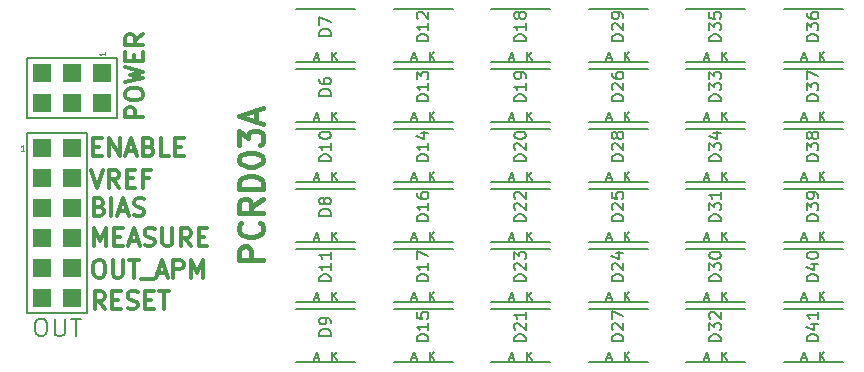
<source format=gbr>
%TF.GenerationSoftware,KiCad,Pcbnew,7.0.9-7.0.9~ubuntu23.04.1*%
%TF.CreationDate,2023-11-27T17:45:01+00:00*%
%TF.ProjectId,PCRD03,50435244-3033-42e6-9b69-6361645f7063,rev?*%
%TF.SameCoordinates,Original*%
%TF.FileFunction,Legend,Top*%
%TF.FilePolarity,Positive*%
%FSLAX46Y46*%
G04 Gerber Fmt 4.6, Leading zero omitted, Abs format (unit mm)*
G04 Created by KiCad (PCBNEW 7.0.9-7.0.9~ubuntu23.04.1) date 2023-11-27 17:45:01*
%MOMM*%
%LPD*%
G01*
G04 APERTURE LIST*
%ADD10C,0.300000*%
%ADD11C,0.400000*%
%ADD12C,0.050000*%
%ADD13C,0.150000*%
%ADD14R,1.524000X1.524000*%
G04 APERTURE END LIST*
D10*
X48049857Y-52597614D02*
X48264143Y-52669042D01*
X48264143Y-52669042D02*
X48335572Y-52740471D01*
X48335572Y-52740471D02*
X48407000Y-52883328D01*
X48407000Y-52883328D02*
X48407000Y-53097614D01*
X48407000Y-53097614D02*
X48335572Y-53240471D01*
X48335572Y-53240471D02*
X48264143Y-53311900D01*
X48264143Y-53311900D02*
X48121286Y-53383328D01*
X48121286Y-53383328D02*
X47549857Y-53383328D01*
X47549857Y-53383328D02*
X47549857Y-51883328D01*
X47549857Y-51883328D02*
X48049857Y-51883328D01*
X48049857Y-51883328D02*
X48192715Y-51954757D01*
X48192715Y-51954757D02*
X48264143Y-52026185D01*
X48264143Y-52026185D02*
X48335572Y-52169042D01*
X48335572Y-52169042D02*
X48335572Y-52311900D01*
X48335572Y-52311900D02*
X48264143Y-52454757D01*
X48264143Y-52454757D02*
X48192715Y-52526185D01*
X48192715Y-52526185D02*
X48049857Y-52597614D01*
X48049857Y-52597614D02*
X47549857Y-52597614D01*
X49049857Y-53383328D02*
X49049857Y-51883328D01*
X49692715Y-52954757D02*
X50407001Y-52954757D01*
X49549858Y-53383328D02*
X50049858Y-51883328D01*
X50049858Y-51883328D02*
X50549858Y-53383328D01*
X50978429Y-53311900D02*
X51192715Y-53383328D01*
X51192715Y-53383328D02*
X51549857Y-53383328D01*
X51549857Y-53383328D02*
X51692715Y-53311900D01*
X51692715Y-53311900D02*
X51764143Y-53240471D01*
X51764143Y-53240471D02*
X51835572Y-53097614D01*
X51835572Y-53097614D02*
X51835572Y-52954757D01*
X51835572Y-52954757D02*
X51764143Y-52811900D01*
X51764143Y-52811900D02*
X51692715Y-52740471D01*
X51692715Y-52740471D02*
X51549857Y-52669042D01*
X51549857Y-52669042D02*
X51264143Y-52597614D01*
X51264143Y-52597614D02*
X51121286Y-52526185D01*
X51121286Y-52526185D02*
X51049857Y-52454757D01*
X51049857Y-52454757D02*
X50978429Y-52311900D01*
X50978429Y-52311900D02*
X50978429Y-52169042D01*
X50978429Y-52169042D02*
X51049857Y-52026185D01*
X51049857Y-52026185D02*
X51121286Y-51954757D01*
X51121286Y-51954757D02*
X51264143Y-51883328D01*
X51264143Y-51883328D02*
X51621286Y-51883328D01*
X51621286Y-51883328D02*
X51835572Y-51954757D01*
X51732328Y-44993286D02*
X50232328Y-44993286D01*
X50232328Y-44993286D02*
X50232328Y-44421857D01*
X50232328Y-44421857D02*
X50303757Y-44279000D01*
X50303757Y-44279000D02*
X50375185Y-44207571D01*
X50375185Y-44207571D02*
X50518042Y-44136143D01*
X50518042Y-44136143D02*
X50732328Y-44136143D01*
X50732328Y-44136143D02*
X50875185Y-44207571D01*
X50875185Y-44207571D02*
X50946614Y-44279000D01*
X50946614Y-44279000D02*
X51018042Y-44421857D01*
X51018042Y-44421857D02*
X51018042Y-44993286D01*
X50232328Y-43207571D02*
X50232328Y-42921857D01*
X50232328Y-42921857D02*
X50303757Y-42779000D01*
X50303757Y-42779000D02*
X50446614Y-42636143D01*
X50446614Y-42636143D02*
X50732328Y-42564714D01*
X50732328Y-42564714D02*
X51232328Y-42564714D01*
X51232328Y-42564714D02*
X51518042Y-42636143D01*
X51518042Y-42636143D02*
X51660900Y-42779000D01*
X51660900Y-42779000D02*
X51732328Y-42921857D01*
X51732328Y-42921857D02*
X51732328Y-43207571D01*
X51732328Y-43207571D02*
X51660900Y-43350429D01*
X51660900Y-43350429D02*
X51518042Y-43493286D01*
X51518042Y-43493286D02*
X51232328Y-43564714D01*
X51232328Y-43564714D02*
X50732328Y-43564714D01*
X50732328Y-43564714D02*
X50446614Y-43493286D01*
X50446614Y-43493286D02*
X50303757Y-43350429D01*
X50303757Y-43350429D02*
X50232328Y-43207571D01*
X50232328Y-42064714D02*
X51732328Y-41707571D01*
X51732328Y-41707571D02*
X50660900Y-41421857D01*
X50660900Y-41421857D02*
X51732328Y-41136142D01*
X51732328Y-41136142D02*
X50232328Y-40779000D01*
X50946614Y-40207571D02*
X50946614Y-39707571D01*
X51732328Y-39493285D02*
X51732328Y-40207571D01*
X51732328Y-40207571D02*
X50232328Y-40207571D01*
X50232328Y-40207571D02*
X50232328Y-39493285D01*
X51732328Y-37993285D02*
X51018042Y-38493285D01*
X51732328Y-38850428D02*
X50232328Y-38850428D01*
X50232328Y-38850428D02*
X50232328Y-38278999D01*
X50232328Y-38278999D02*
X50303757Y-38136142D01*
X50303757Y-38136142D02*
X50375185Y-38064713D01*
X50375185Y-38064713D02*
X50518042Y-37993285D01*
X50518042Y-37993285D02*
X50732328Y-37993285D01*
X50732328Y-37993285D02*
X50875185Y-38064713D01*
X50875185Y-38064713D02*
X50946614Y-38136142D01*
X50946614Y-38136142D02*
X51018042Y-38278999D01*
X51018042Y-38278999D02*
X51018042Y-38850428D01*
X47522285Y-47517614D02*
X48022285Y-47517614D01*
X48236571Y-48303328D02*
X47522285Y-48303328D01*
X47522285Y-48303328D02*
X47522285Y-46803328D01*
X47522285Y-46803328D02*
X48236571Y-46803328D01*
X48879428Y-48303328D02*
X48879428Y-46803328D01*
X48879428Y-46803328D02*
X49736571Y-48303328D01*
X49736571Y-48303328D02*
X49736571Y-46803328D01*
X50379429Y-47874757D02*
X51093715Y-47874757D01*
X50236572Y-48303328D02*
X50736572Y-46803328D01*
X50736572Y-46803328D02*
X51236572Y-48303328D01*
X52236571Y-47517614D02*
X52450857Y-47589042D01*
X52450857Y-47589042D02*
X52522286Y-47660471D01*
X52522286Y-47660471D02*
X52593714Y-47803328D01*
X52593714Y-47803328D02*
X52593714Y-48017614D01*
X52593714Y-48017614D02*
X52522286Y-48160471D01*
X52522286Y-48160471D02*
X52450857Y-48231900D01*
X52450857Y-48231900D02*
X52308000Y-48303328D01*
X52308000Y-48303328D02*
X51736571Y-48303328D01*
X51736571Y-48303328D02*
X51736571Y-46803328D01*
X51736571Y-46803328D02*
X52236571Y-46803328D01*
X52236571Y-46803328D02*
X52379429Y-46874757D01*
X52379429Y-46874757D02*
X52450857Y-46946185D01*
X52450857Y-46946185D02*
X52522286Y-47089042D01*
X52522286Y-47089042D02*
X52522286Y-47231900D01*
X52522286Y-47231900D02*
X52450857Y-47374757D01*
X52450857Y-47374757D02*
X52379429Y-47446185D01*
X52379429Y-47446185D02*
X52236571Y-47517614D01*
X52236571Y-47517614D02*
X51736571Y-47517614D01*
X53950857Y-48303328D02*
X53236571Y-48303328D01*
X53236571Y-48303328D02*
X53236571Y-46803328D01*
X54450857Y-47517614D02*
X54950857Y-47517614D01*
X55165143Y-48303328D02*
X54450857Y-48303328D01*
X54450857Y-48303328D02*
X54450857Y-46803328D01*
X54450857Y-46803328D02*
X55165143Y-46803328D01*
X48494428Y-61257328D02*
X47994428Y-60543042D01*
X47637285Y-61257328D02*
X47637285Y-59757328D01*
X47637285Y-59757328D02*
X48208714Y-59757328D01*
X48208714Y-59757328D02*
X48351571Y-59828757D01*
X48351571Y-59828757D02*
X48423000Y-59900185D01*
X48423000Y-59900185D02*
X48494428Y-60043042D01*
X48494428Y-60043042D02*
X48494428Y-60257328D01*
X48494428Y-60257328D02*
X48423000Y-60400185D01*
X48423000Y-60400185D02*
X48351571Y-60471614D01*
X48351571Y-60471614D02*
X48208714Y-60543042D01*
X48208714Y-60543042D02*
X47637285Y-60543042D01*
X49137285Y-60471614D02*
X49637285Y-60471614D01*
X49851571Y-61257328D02*
X49137285Y-61257328D01*
X49137285Y-61257328D02*
X49137285Y-59757328D01*
X49137285Y-59757328D02*
X49851571Y-59757328D01*
X50423000Y-61185900D02*
X50637286Y-61257328D01*
X50637286Y-61257328D02*
X50994428Y-61257328D01*
X50994428Y-61257328D02*
X51137286Y-61185900D01*
X51137286Y-61185900D02*
X51208714Y-61114471D01*
X51208714Y-61114471D02*
X51280143Y-60971614D01*
X51280143Y-60971614D02*
X51280143Y-60828757D01*
X51280143Y-60828757D02*
X51208714Y-60685900D01*
X51208714Y-60685900D02*
X51137286Y-60614471D01*
X51137286Y-60614471D02*
X50994428Y-60543042D01*
X50994428Y-60543042D02*
X50708714Y-60471614D01*
X50708714Y-60471614D02*
X50565857Y-60400185D01*
X50565857Y-60400185D02*
X50494428Y-60328757D01*
X50494428Y-60328757D02*
X50423000Y-60185900D01*
X50423000Y-60185900D02*
X50423000Y-60043042D01*
X50423000Y-60043042D02*
X50494428Y-59900185D01*
X50494428Y-59900185D02*
X50565857Y-59828757D01*
X50565857Y-59828757D02*
X50708714Y-59757328D01*
X50708714Y-59757328D02*
X51065857Y-59757328D01*
X51065857Y-59757328D02*
X51280143Y-59828757D01*
X51922999Y-60471614D02*
X52422999Y-60471614D01*
X52637285Y-61257328D02*
X51922999Y-61257328D01*
X51922999Y-61257328D02*
X51922999Y-59757328D01*
X51922999Y-59757328D02*
X52637285Y-59757328D01*
X53065857Y-59757328D02*
X53923000Y-59757328D01*
X53494428Y-61257328D02*
X53494428Y-59757328D01*
X47875571Y-57090328D02*
X48161285Y-57090328D01*
X48161285Y-57090328D02*
X48304142Y-57161757D01*
X48304142Y-57161757D02*
X48446999Y-57304614D01*
X48446999Y-57304614D02*
X48518428Y-57590328D01*
X48518428Y-57590328D02*
X48518428Y-58090328D01*
X48518428Y-58090328D02*
X48446999Y-58376042D01*
X48446999Y-58376042D02*
X48304142Y-58518900D01*
X48304142Y-58518900D02*
X48161285Y-58590328D01*
X48161285Y-58590328D02*
X47875571Y-58590328D01*
X47875571Y-58590328D02*
X47732714Y-58518900D01*
X47732714Y-58518900D02*
X47589856Y-58376042D01*
X47589856Y-58376042D02*
X47518428Y-58090328D01*
X47518428Y-58090328D02*
X47518428Y-57590328D01*
X47518428Y-57590328D02*
X47589856Y-57304614D01*
X47589856Y-57304614D02*
X47732714Y-57161757D01*
X47732714Y-57161757D02*
X47875571Y-57090328D01*
X49161285Y-57090328D02*
X49161285Y-58304614D01*
X49161285Y-58304614D02*
X49232714Y-58447471D01*
X49232714Y-58447471D02*
X49304143Y-58518900D01*
X49304143Y-58518900D02*
X49447000Y-58590328D01*
X49447000Y-58590328D02*
X49732714Y-58590328D01*
X49732714Y-58590328D02*
X49875571Y-58518900D01*
X49875571Y-58518900D02*
X49947000Y-58447471D01*
X49947000Y-58447471D02*
X50018428Y-58304614D01*
X50018428Y-58304614D02*
X50018428Y-57090328D01*
X50518429Y-57090328D02*
X51375572Y-57090328D01*
X50947000Y-58590328D02*
X50947000Y-57090328D01*
X51518429Y-58733185D02*
X52661286Y-58733185D01*
X52947000Y-58161757D02*
X53661286Y-58161757D01*
X52804143Y-58590328D02*
X53304143Y-57090328D01*
X53304143Y-57090328D02*
X53804143Y-58590328D01*
X54304142Y-58590328D02*
X54304142Y-57090328D01*
X54304142Y-57090328D02*
X54875571Y-57090328D01*
X54875571Y-57090328D02*
X55018428Y-57161757D01*
X55018428Y-57161757D02*
X55089857Y-57233185D01*
X55089857Y-57233185D02*
X55161285Y-57376042D01*
X55161285Y-57376042D02*
X55161285Y-57590328D01*
X55161285Y-57590328D02*
X55089857Y-57733185D01*
X55089857Y-57733185D02*
X55018428Y-57804614D01*
X55018428Y-57804614D02*
X54875571Y-57876042D01*
X54875571Y-57876042D02*
X54304142Y-57876042D01*
X55804142Y-58590328D02*
X55804142Y-57090328D01*
X55804142Y-57090328D02*
X56304142Y-58161757D01*
X56304142Y-58161757D02*
X56804142Y-57090328D01*
X56804142Y-57090328D02*
X56804142Y-58590328D01*
D11*
X61864438Y-57085714D02*
X59864438Y-57085714D01*
X59864438Y-57085714D02*
X59864438Y-56323809D01*
X59864438Y-56323809D02*
X59959676Y-56133333D01*
X59959676Y-56133333D02*
X60054914Y-56038095D01*
X60054914Y-56038095D02*
X60245390Y-55942857D01*
X60245390Y-55942857D02*
X60531104Y-55942857D01*
X60531104Y-55942857D02*
X60721580Y-56038095D01*
X60721580Y-56038095D02*
X60816819Y-56133333D01*
X60816819Y-56133333D02*
X60912057Y-56323809D01*
X60912057Y-56323809D02*
X60912057Y-57085714D01*
X61673961Y-53942857D02*
X61769200Y-54038095D01*
X61769200Y-54038095D02*
X61864438Y-54323809D01*
X61864438Y-54323809D02*
X61864438Y-54514285D01*
X61864438Y-54514285D02*
X61769200Y-54800000D01*
X61769200Y-54800000D02*
X61578723Y-54990476D01*
X61578723Y-54990476D02*
X61388247Y-55085714D01*
X61388247Y-55085714D02*
X61007295Y-55180952D01*
X61007295Y-55180952D02*
X60721580Y-55180952D01*
X60721580Y-55180952D02*
X60340628Y-55085714D01*
X60340628Y-55085714D02*
X60150152Y-54990476D01*
X60150152Y-54990476D02*
X59959676Y-54800000D01*
X59959676Y-54800000D02*
X59864438Y-54514285D01*
X59864438Y-54514285D02*
X59864438Y-54323809D01*
X59864438Y-54323809D02*
X59959676Y-54038095D01*
X59959676Y-54038095D02*
X60054914Y-53942857D01*
X61864438Y-51942857D02*
X60912057Y-52609524D01*
X61864438Y-53085714D02*
X59864438Y-53085714D01*
X59864438Y-53085714D02*
X59864438Y-52323809D01*
X59864438Y-52323809D02*
X59959676Y-52133333D01*
X59959676Y-52133333D02*
X60054914Y-52038095D01*
X60054914Y-52038095D02*
X60245390Y-51942857D01*
X60245390Y-51942857D02*
X60531104Y-51942857D01*
X60531104Y-51942857D02*
X60721580Y-52038095D01*
X60721580Y-52038095D02*
X60816819Y-52133333D01*
X60816819Y-52133333D02*
X60912057Y-52323809D01*
X60912057Y-52323809D02*
X60912057Y-53085714D01*
X61864438Y-51085714D02*
X59864438Y-51085714D01*
X59864438Y-51085714D02*
X59864438Y-50609524D01*
X59864438Y-50609524D02*
X59959676Y-50323809D01*
X59959676Y-50323809D02*
X60150152Y-50133333D01*
X60150152Y-50133333D02*
X60340628Y-50038095D01*
X60340628Y-50038095D02*
X60721580Y-49942857D01*
X60721580Y-49942857D02*
X61007295Y-49942857D01*
X61007295Y-49942857D02*
X61388247Y-50038095D01*
X61388247Y-50038095D02*
X61578723Y-50133333D01*
X61578723Y-50133333D02*
X61769200Y-50323809D01*
X61769200Y-50323809D02*
X61864438Y-50609524D01*
X61864438Y-50609524D02*
X61864438Y-51085714D01*
X59864438Y-48704762D02*
X59864438Y-48514285D01*
X59864438Y-48514285D02*
X59959676Y-48323809D01*
X59959676Y-48323809D02*
X60054914Y-48228571D01*
X60054914Y-48228571D02*
X60245390Y-48133333D01*
X60245390Y-48133333D02*
X60626342Y-48038095D01*
X60626342Y-48038095D02*
X61102533Y-48038095D01*
X61102533Y-48038095D02*
X61483485Y-48133333D01*
X61483485Y-48133333D02*
X61673961Y-48228571D01*
X61673961Y-48228571D02*
X61769200Y-48323809D01*
X61769200Y-48323809D02*
X61864438Y-48514285D01*
X61864438Y-48514285D02*
X61864438Y-48704762D01*
X61864438Y-48704762D02*
X61769200Y-48895238D01*
X61769200Y-48895238D02*
X61673961Y-48990476D01*
X61673961Y-48990476D02*
X61483485Y-49085714D01*
X61483485Y-49085714D02*
X61102533Y-49180952D01*
X61102533Y-49180952D02*
X60626342Y-49180952D01*
X60626342Y-49180952D02*
X60245390Y-49085714D01*
X60245390Y-49085714D02*
X60054914Y-48990476D01*
X60054914Y-48990476D02*
X59959676Y-48895238D01*
X59959676Y-48895238D02*
X59864438Y-48704762D01*
X59864438Y-47371428D02*
X59864438Y-46133333D01*
X59864438Y-46133333D02*
X60626342Y-46800000D01*
X60626342Y-46800000D02*
X60626342Y-46514285D01*
X60626342Y-46514285D02*
X60721580Y-46323809D01*
X60721580Y-46323809D02*
X60816819Y-46228571D01*
X60816819Y-46228571D02*
X61007295Y-46133333D01*
X61007295Y-46133333D02*
X61483485Y-46133333D01*
X61483485Y-46133333D02*
X61673961Y-46228571D01*
X61673961Y-46228571D02*
X61769200Y-46323809D01*
X61769200Y-46323809D02*
X61864438Y-46514285D01*
X61864438Y-46514285D02*
X61864438Y-47085714D01*
X61864438Y-47085714D02*
X61769200Y-47276190D01*
X61769200Y-47276190D02*
X61673961Y-47371428D01*
X61293009Y-45371428D02*
X61293009Y-44419047D01*
X61864438Y-45561904D02*
X59864438Y-44895238D01*
X59864438Y-44895238D02*
X61864438Y-44228571D01*
D10*
X47573999Y-55923328D02*
X47573999Y-54423328D01*
X47573999Y-54423328D02*
X48073999Y-55494757D01*
X48073999Y-55494757D02*
X48573999Y-54423328D01*
X48573999Y-54423328D02*
X48573999Y-55923328D01*
X49288285Y-55137614D02*
X49788285Y-55137614D01*
X50002571Y-55923328D02*
X49288285Y-55923328D01*
X49288285Y-55923328D02*
X49288285Y-54423328D01*
X49288285Y-54423328D02*
X50002571Y-54423328D01*
X50574000Y-55494757D02*
X51288286Y-55494757D01*
X50431143Y-55923328D02*
X50931143Y-54423328D01*
X50931143Y-54423328D02*
X51431143Y-55923328D01*
X51859714Y-55851900D02*
X52074000Y-55923328D01*
X52074000Y-55923328D02*
X52431142Y-55923328D01*
X52431142Y-55923328D02*
X52574000Y-55851900D01*
X52574000Y-55851900D02*
X52645428Y-55780471D01*
X52645428Y-55780471D02*
X52716857Y-55637614D01*
X52716857Y-55637614D02*
X52716857Y-55494757D01*
X52716857Y-55494757D02*
X52645428Y-55351900D01*
X52645428Y-55351900D02*
X52574000Y-55280471D01*
X52574000Y-55280471D02*
X52431142Y-55209042D01*
X52431142Y-55209042D02*
X52145428Y-55137614D01*
X52145428Y-55137614D02*
X52002571Y-55066185D01*
X52002571Y-55066185D02*
X51931142Y-54994757D01*
X51931142Y-54994757D02*
X51859714Y-54851900D01*
X51859714Y-54851900D02*
X51859714Y-54709042D01*
X51859714Y-54709042D02*
X51931142Y-54566185D01*
X51931142Y-54566185D02*
X52002571Y-54494757D01*
X52002571Y-54494757D02*
X52145428Y-54423328D01*
X52145428Y-54423328D02*
X52502571Y-54423328D01*
X52502571Y-54423328D02*
X52716857Y-54494757D01*
X53359713Y-54423328D02*
X53359713Y-55637614D01*
X53359713Y-55637614D02*
X53431142Y-55780471D01*
X53431142Y-55780471D02*
X53502571Y-55851900D01*
X53502571Y-55851900D02*
X53645428Y-55923328D01*
X53645428Y-55923328D02*
X53931142Y-55923328D01*
X53931142Y-55923328D02*
X54073999Y-55851900D01*
X54073999Y-55851900D02*
X54145428Y-55780471D01*
X54145428Y-55780471D02*
X54216856Y-55637614D01*
X54216856Y-55637614D02*
X54216856Y-54423328D01*
X55788285Y-55923328D02*
X55288285Y-55209042D01*
X54931142Y-55923328D02*
X54931142Y-54423328D01*
X54931142Y-54423328D02*
X55502571Y-54423328D01*
X55502571Y-54423328D02*
X55645428Y-54494757D01*
X55645428Y-54494757D02*
X55716857Y-54566185D01*
X55716857Y-54566185D02*
X55788285Y-54709042D01*
X55788285Y-54709042D02*
X55788285Y-54923328D01*
X55788285Y-54923328D02*
X55716857Y-55066185D01*
X55716857Y-55066185D02*
X55645428Y-55137614D01*
X55645428Y-55137614D02*
X55502571Y-55209042D01*
X55502571Y-55209042D02*
X54931142Y-55209042D01*
X56431142Y-55137614D02*
X56931142Y-55137614D01*
X57145428Y-55923328D02*
X56431142Y-55923328D01*
X56431142Y-55923328D02*
X56431142Y-54423328D01*
X56431142Y-54423328D02*
X57145428Y-54423328D01*
X47339572Y-49470328D02*
X47839572Y-50970328D01*
X47839572Y-50970328D02*
X48339572Y-49470328D01*
X49696714Y-50970328D02*
X49196714Y-50256042D01*
X48839571Y-50970328D02*
X48839571Y-49470328D01*
X48839571Y-49470328D02*
X49411000Y-49470328D01*
X49411000Y-49470328D02*
X49553857Y-49541757D01*
X49553857Y-49541757D02*
X49625286Y-49613185D01*
X49625286Y-49613185D02*
X49696714Y-49756042D01*
X49696714Y-49756042D02*
X49696714Y-49970328D01*
X49696714Y-49970328D02*
X49625286Y-50113185D01*
X49625286Y-50113185D02*
X49553857Y-50184614D01*
X49553857Y-50184614D02*
X49411000Y-50256042D01*
X49411000Y-50256042D02*
X48839571Y-50256042D01*
X50339571Y-50184614D02*
X50839571Y-50184614D01*
X51053857Y-50970328D02*
X50339571Y-50970328D01*
X50339571Y-50970328D02*
X50339571Y-49470328D01*
X50339571Y-49470328D02*
X51053857Y-49470328D01*
X52196714Y-50184614D02*
X51696714Y-50184614D01*
X51696714Y-50970328D02*
X51696714Y-49470328D01*
X51696714Y-49470328D02*
X52411000Y-49470328D01*
D12*
X48488709Y-39481142D02*
X48488709Y-39766856D01*
X48488709Y-39623999D02*
X47988709Y-39623999D01*
X47988709Y-39623999D02*
X48060138Y-39671618D01*
X48060138Y-39671618D02*
X48107757Y-39719237D01*
X48107757Y-39719237D02*
X48131566Y-39766856D01*
D13*
X67637819Y-43168094D02*
X66637819Y-43168094D01*
X66637819Y-43168094D02*
X66637819Y-42929999D01*
X66637819Y-42929999D02*
X66685438Y-42787142D01*
X66685438Y-42787142D02*
X66780676Y-42691904D01*
X66780676Y-42691904D02*
X66875914Y-42644285D01*
X66875914Y-42644285D02*
X67066390Y-42596666D01*
X67066390Y-42596666D02*
X67209247Y-42596666D01*
X67209247Y-42596666D02*
X67399723Y-42644285D01*
X67399723Y-42644285D02*
X67494961Y-42691904D01*
X67494961Y-42691904D02*
X67590200Y-42787142D01*
X67590200Y-42787142D02*
X67637819Y-42929999D01*
X67637819Y-42929999D02*
X67637819Y-43168094D01*
X66637819Y-41739523D02*
X66637819Y-41929999D01*
X66637819Y-41929999D02*
X66685438Y-42025237D01*
X66685438Y-42025237D02*
X66733057Y-42072856D01*
X66733057Y-42072856D02*
X66875914Y-42168094D01*
X66875914Y-42168094D02*
X67066390Y-42215713D01*
X67066390Y-42215713D02*
X67447342Y-42215713D01*
X67447342Y-42215713D02*
X67542580Y-42168094D01*
X67542580Y-42168094D02*
X67590200Y-42120475D01*
X67590200Y-42120475D02*
X67637819Y-42025237D01*
X67637819Y-42025237D02*
X67637819Y-41834761D01*
X67637819Y-41834761D02*
X67590200Y-41739523D01*
X67590200Y-41739523D02*
X67542580Y-41691904D01*
X67542580Y-41691904D02*
X67447342Y-41644285D01*
X67447342Y-41644285D02*
X67209247Y-41644285D01*
X67209247Y-41644285D02*
X67114009Y-41691904D01*
X67114009Y-41691904D02*
X67066390Y-41739523D01*
X67066390Y-41739523D02*
X67018771Y-41834761D01*
X67018771Y-41834761D02*
X67018771Y-42025237D01*
X67018771Y-42025237D02*
X67066390Y-42120475D01*
X67066390Y-42120475D02*
X67114009Y-42168094D01*
X67114009Y-42168094D02*
X67209247Y-42215713D01*
X66266333Y-45046033D02*
X66599666Y-45046033D01*
X66199666Y-45246033D02*
X66433000Y-44546033D01*
X66433000Y-44546033D02*
X66666333Y-45246033D01*
X67749666Y-45246033D02*
X67749666Y-44546033D01*
X68149666Y-45246033D02*
X67849666Y-44846033D01*
X68149666Y-44546033D02*
X67749666Y-44946033D01*
X67637819Y-38088094D02*
X66637819Y-38088094D01*
X66637819Y-38088094D02*
X66637819Y-37849999D01*
X66637819Y-37849999D02*
X66685438Y-37707142D01*
X66685438Y-37707142D02*
X66780676Y-37611904D01*
X66780676Y-37611904D02*
X66875914Y-37564285D01*
X66875914Y-37564285D02*
X67066390Y-37516666D01*
X67066390Y-37516666D02*
X67209247Y-37516666D01*
X67209247Y-37516666D02*
X67399723Y-37564285D01*
X67399723Y-37564285D02*
X67494961Y-37611904D01*
X67494961Y-37611904D02*
X67590200Y-37707142D01*
X67590200Y-37707142D02*
X67637819Y-37849999D01*
X67637819Y-37849999D02*
X67637819Y-38088094D01*
X66637819Y-37183332D02*
X66637819Y-36516666D01*
X66637819Y-36516666D02*
X67637819Y-36945237D01*
X66266333Y-39966033D02*
X66599666Y-39966033D01*
X66199666Y-40166033D02*
X66433000Y-39466033D01*
X66433000Y-39466033D02*
X66666333Y-40166033D01*
X67749666Y-40166033D02*
X67749666Y-39466033D01*
X68149666Y-40166033D02*
X67849666Y-39766033D01*
X68149666Y-39466033D02*
X67749666Y-39866033D01*
X67637819Y-53328094D02*
X66637819Y-53328094D01*
X66637819Y-53328094D02*
X66637819Y-53089999D01*
X66637819Y-53089999D02*
X66685438Y-52947142D01*
X66685438Y-52947142D02*
X66780676Y-52851904D01*
X66780676Y-52851904D02*
X66875914Y-52804285D01*
X66875914Y-52804285D02*
X67066390Y-52756666D01*
X67066390Y-52756666D02*
X67209247Y-52756666D01*
X67209247Y-52756666D02*
X67399723Y-52804285D01*
X67399723Y-52804285D02*
X67494961Y-52851904D01*
X67494961Y-52851904D02*
X67590200Y-52947142D01*
X67590200Y-52947142D02*
X67637819Y-53089999D01*
X67637819Y-53089999D02*
X67637819Y-53328094D01*
X67066390Y-52185237D02*
X67018771Y-52280475D01*
X67018771Y-52280475D02*
X66971152Y-52328094D01*
X66971152Y-52328094D02*
X66875914Y-52375713D01*
X66875914Y-52375713D02*
X66828295Y-52375713D01*
X66828295Y-52375713D02*
X66733057Y-52328094D01*
X66733057Y-52328094D02*
X66685438Y-52280475D01*
X66685438Y-52280475D02*
X66637819Y-52185237D01*
X66637819Y-52185237D02*
X66637819Y-51994761D01*
X66637819Y-51994761D02*
X66685438Y-51899523D01*
X66685438Y-51899523D02*
X66733057Y-51851904D01*
X66733057Y-51851904D02*
X66828295Y-51804285D01*
X66828295Y-51804285D02*
X66875914Y-51804285D01*
X66875914Y-51804285D02*
X66971152Y-51851904D01*
X66971152Y-51851904D02*
X67018771Y-51899523D01*
X67018771Y-51899523D02*
X67066390Y-51994761D01*
X67066390Y-51994761D02*
X67066390Y-52185237D01*
X67066390Y-52185237D02*
X67114009Y-52280475D01*
X67114009Y-52280475D02*
X67161628Y-52328094D01*
X67161628Y-52328094D02*
X67256866Y-52375713D01*
X67256866Y-52375713D02*
X67447342Y-52375713D01*
X67447342Y-52375713D02*
X67542580Y-52328094D01*
X67542580Y-52328094D02*
X67590200Y-52280475D01*
X67590200Y-52280475D02*
X67637819Y-52185237D01*
X67637819Y-52185237D02*
X67637819Y-51994761D01*
X67637819Y-51994761D02*
X67590200Y-51899523D01*
X67590200Y-51899523D02*
X67542580Y-51851904D01*
X67542580Y-51851904D02*
X67447342Y-51804285D01*
X67447342Y-51804285D02*
X67256866Y-51804285D01*
X67256866Y-51804285D02*
X67161628Y-51851904D01*
X67161628Y-51851904D02*
X67114009Y-51899523D01*
X67114009Y-51899523D02*
X67066390Y-51994761D01*
X67749666Y-55406033D02*
X67749666Y-54706033D01*
X68149666Y-55406033D02*
X67849666Y-55006033D01*
X68149666Y-54706033D02*
X67749666Y-55106033D01*
X66266333Y-55206033D02*
X66599666Y-55206033D01*
X66199666Y-55406033D02*
X66433000Y-54706033D01*
X66433000Y-54706033D02*
X66666333Y-55406033D01*
X67637819Y-63488094D02*
X66637819Y-63488094D01*
X66637819Y-63488094D02*
X66637819Y-63249999D01*
X66637819Y-63249999D02*
X66685438Y-63107142D01*
X66685438Y-63107142D02*
X66780676Y-63011904D01*
X66780676Y-63011904D02*
X66875914Y-62964285D01*
X66875914Y-62964285D02*
X67066390Y-62916666D01*
X67066390Y-62916666D02*
X67209247Y-62916666D01*
X67209247Y-62916666D02*
X67399723Y-62964285D01*
X67399723Y-62964285D02*
X67494961Y-63011904D01*
X67494961Y-63011904D02*
X67590200Y-63107142D01*
X67590200Y-63107142D02*
X67637819Y-63249999D01*
X67637819Y-63249999D02*
X67637819Y-63488094D01*
X67637819Y-62440475D02*
X67637819Y-62249999D01*
X67637819Y-62249999D02*
X67590200Y-62154761D01*
X67590200Y-62154761D02*
X67542580Y-62107142D01*
X67542580Y-62107142D02*
X67399723Y-62011904D01*
X67399723Y-62011904D02*
X67209247Y-61964285D01*
X67209247Y-61964285D02*
X66828295Y-61964285D01*
X66828295Y-61964285D02*
X66733057Y-62011904D01*
X66733057Y-62011904D02*
X66685438Y-62059523D01*
X66685438Y-62059523D02*
X66637819Y-62154761D01*
X66637819Y-62154761D02*
X66637819Y-62345237D01*
X66637819Y-62345237D02*
X66685438Y-62440475D01*
X66685438Y-62440475D02*
X66733057Y-62488094D01*
X66733057Y-62488094D02*
X66828295Y-62535713D01*
X66828295Y-62535713D02*
X67066390Y-62535713D01*
X67066390Y-62535713D02*
X67161628Y-62488094D01*
X67161628Y-62488094D02*
X67209247Y-62440475D01*
X67209247Y-62440475D02*
X67256866Y-62345237D01*
X67256866Y-62345237D02*
X67256866Y-62154761D01*
X67256866Y-62154761D02*
X67209247Y-62059523D01*
X67209247Y-62059523D02*
X67161628Y-62011904D01*
X67161628Y-62011904D02*
X67066390Y-61964285D01*
X67749666Y-65566033D02*
X67749666Y-64866033D01*
X68149666Y-65566033D02*
X67849666Y-65166033D01*
X68149666Y-64866033D02*
X67749666Y-65266033D01*
X66266333Y-65366033D02*
X66599666Y-65366033D01*
X66199666Y-65566033D02*
X66433000Y-64866033D01*
X66433000Y-64866033D02*
X66666333Y-65566033D01*
X67637819Y-48724285D02*
X66637819Y-48724285D01*
X66637819Y-48724285D02*
X66637819Y-48486190D01*
X66637819Y-48486190D02*
X66685438Y-48343333D01*
X66685438Y-48343333D02*
X66780676Y-48248095D01*
X66780676Y-48248095D02*
X66875914Y-48200476D01*
X66875914Y-48200476D02*
X67066390Y-48152857D01*
X67066390Y-48152857D02*
X67209247Y-48152857D01*
X67209247Y-48152857D02*
X67399723Y-48200476D01*
X67399723Y-48200476D02*
X67494961Y-48248095D01*
X67494961Y-48248095D02*
X67590200Y-48343333D01*
X67590200Y-48343333D02*
X67637819Y-48486190D01*
X67637819Y-48486190D02*
X67637819Y-48724285D01*
X67637819Y-47200476D02*
X67637819Y-47771904D01*
X67637819Y-47486190D02*
X66637819Y-47486190D01*
X66637819Y-47486190D02*
X66780676Y-47581428D01*
X66780676Y-47581428D02*
X66875914Y-47676666D01*
X66875914Y-47676666D02*
X66923533Y-47771904D01*
X66637819Y-46581428D02*
X66637819Y-46486190D01*
X66637819Y-46486190D02*
X66685438Y-46390952D01*
X66685438Y-46390952D02*
X66733057Y-46343333D01*
X66733057Y-46343333D02*
X66828295Y-46295714D01*
X66828295Y-46295714D02*
X67018771Y-46248095D01*
X67018771Y-46248095D02*
X67256866Y-46248095D01*
X67256866Y-46248095D02*
X67447342Y-46295714D01*
X67447342Y-46295714D02*
X67542580Y-46343333D01*
X67542580Y-46343333D02*
X67590200Y-46390952D01*
X67590200Y-46390952D02*
X67637819Y-46486190D01*
X67637819Y-46486190D02*
X67637819Y-46581428D01*
X67637819Y-46581428D02*
X67590200Y-46676666D01*
X67590200Y-46676666D02*
X67542580Y-46724285D01*
X67542580Y-46724285D02*
X67447342Y-46771904D01*
X67447342Y-46771904D02*
X67256866Y-46819523D01*
X67256866Y-46819523D02*
X67018771Y-46819523D01*
X67018771Y-46819523D02*
X66828295Y-46771904D01*
X66828295Y-46771904D02*
X66733057Y-46724285D01*
X66733057Y-46724285D02*
X66685438Y-46676666D01*
X66685438Y-46676666D02*
X66637819Y-46581428D01*
X66266333Y-50126033D02*
X66599666Y-50126033D01*
X66199666Y-50326033D02*
X66433000Y-49626033D01*
X66433000Y-49626033D02*
X66666333Y-50326033D01*
X67749666Y-50326033D02*
X67749666Y-49626033D01*
X68149666Y-50326033D02*
X67849666Y-49926033D01*
X68149666Y-49626033D02*
X67749666Y-50026033D01*
X67637819Y-58884285D02*
X66637819Y-58884285D01*
X66637819Y-58884285D02*
X66637819Y-58646190D01*
X66637819Y-58646190D02*
X66685438Y-58503333D01*
X66685438Y-58503333D02*
X66780676Y-58408095D01*
X66780676Y-58408095D02*
X66875914Y-58360476D01*
X66875914Y-58360476D02*
X67066390Y-58312857D01*
X67066390Y-58312857D02*
X67209247Y-58312857D01*
X67209247Y-58312857D02*
X67399723Y-58360476D01*
X67399723Y-58360476D02*
X67494961Y-58408095D01*
X67494961Y-58408095D02*
X67590200Y-58503333D01*
X67590200Y-58503333D02*
X67637819Y-58646190D01*
X67637819Y-58646190D02*
X67637819Y-58884285D01*
X67637819Y-57360476D02*
X67637819Y-57931904D01*
X67637819Y-57646190D02*
X66637819Y-57646190D01*
X66637819Y-57646190D02*
X66780676Y-57741428D01*
X66780676Y-57741428D02*
X66875914Y-57836666D01*
X66875914Y-57836666D02*
X66923533Y-57931904D01*
X67637819Y-56408095D02*
X67637819Y-56979523D01*
X67637819Y-56693809D02*
X66637819Y-56693809D01*
X66637819Y-56693809D02*
X66780676Y-56789047D01*
X66780676Y-56789047D02*
X66875914Y-56884285D01*
X66875914Y-56884285D02*
X66923533Y-56979523D01*
X67749666Y-60486033D02*
X67749666Y-59786033D01*
X68149666Y-60486033D02*
X67849666Y-60086033D01*
X68149666Y-59786033D02*
X67749666Y-60186033D01*
X66266333Y-60286033D02*
X66599666Y-60286033D01*
X66199666Y-60486033D02*
X66433000Y-59786033D01*
X66433000Y-59786033D02*
X66666333Y-60486033D01*
X75892819Y-38564285D02*
X74892819Y-38564285D01*
X74892819Y-38564285D02*
X74892819Y-38326190D01*
X74892819Y-38326190D02*
X74940438Y-38183333D01*
X74940438Y-38183333D02*
X75035676Y-38088095D01*
X75035676Y-38088095D02*
X75130914Y-38040476D01*
X75130914Y-38040476D02*
X75321390Y-37992857D01*
X75321390Y-37992857D02*
X75464247Y-37992857D01*
X75464247Y-37992857D02*
X75654723Y-38040476D01*
X75654723Y-38040476D02*
X75749961Y-38088095D01*
X75749961Y-38088095D02*
X75845200Y-38183333D01*
X75845200Y-38183333D02*
X75892819Y-38326190D01*
X75892819Y-38326190D02*
X75892819Y-38564285D01*
X75892819Y-37040476D02*
X75892819Y-37611904D01*
X75892819Y-37326190D02*
X74892819Y-37326190D01*
X74892819Y-37326190D02*
X75035676Y-37421428D01*
X75035676Y-37421428D02*
X75130914Y-37516666D01*
X75130914Y-37516666D02*
X75178533Y-37611904D01*
X74988057Y-36659523D02*
X74940438Y-36611904D01*
X74940438Y-36611904D02*
X74892819Y-36516666D01*
X74892819Y-36516666D02*
X74892819Y-36278571D01*
X74892819Y-36278571D02*
X74940438Y-36183333D01*
X74940438Y-36183333D02*
X74988057Y-36135714D01*
X74988057Y-36135714D02*
X75083295Y-36088095D01*
X75083295Y-36088095D02*
X75178533Y-36088095D01*
X75178533Y-36088095D02*
X75321390Y-36135714D01*
X75321390Y-36135714D02*
X75892819Y-36707142D01*
X75892819Y-36707142D02*
X75892819Y-36088095D01*
X76004666Y-40166033D02*
X76004666Y-39466033D01*
X76404666Y-40166033D02*
X76104666Y-39766033D01*
X76404666Y-39466033D02*
X76004666Y-39866033D01*
X74521333Y-39966033D02*
X74854666Y-39966033D01*
X74454666Y-40166033D02*
X74688000Y-39466033D01*
X74688000Y-39466033D02*
X74921333Y-40166033D01*
X75892819Y-43644285D02*
X74892819Y-43644285D01*
X74892819Y-43644285D02*
X74892819Y-43406190D01*
X74892819Y-43406190D02*
X74940438Y-43263333D01*
X74940438Y-43263333D02*
X75035676Y-43168095D01*
X75035676Y-43168095D02*
X75130914Y-43120476D01*
X75130914Y-43120476D02*
X75321390Y-43072857D01*
X75321390Y-43072857D02*
X75464247Y-43072857D01*
X75464247Y-43072857D02*
X75654723Y-43120476D01*
X75654723Y-43120476D02*
X75749961Y-43168095D01*
X75749961Y-43168095D02*
X75845200Y-43263333D01*
X75845200Y-43263333D02*
X75892819Y-43406190D01*
X75892819Y-43406190D02*
X75892819Y-43644285D01*
X75892819Y-42120476D02*
X75892819Y-42691904D01*
X75892819Y-42406190D02*
X74892819Y-42406190D01*
X74892819Y-42406190D02*
X75035676Y-42501428D01*
X75035676Y-42501428D02*
X75130914Y-42596666D01*
X75130914Y-42596666D02*
X75178533Y-42691904D01*
X74892819Y-41787142D02*
X74892819Y-41168095D01*
X74892819Y-41168095D02*
X75273771Y-41501428D01*
X75273771Y-41501428D02*
X75273771Y-41358571D01*
X75273771Y-41358571D02*
X75321390Y-41263333D01*
X75321390Y-41263333D02*
X75369009Y-41215714D01*
X75369009Y-41215714D02*
X75464247Y-41168095D01*
X75464247Y-41168095D02*
X75702342Y-41168095D01*
X75702342Y-41168095D02*
X75797580Y-41215714D01*
X75797580Y-41215714D02*
X75845200Y-41263333D01*
X75845200Y-41263333D02*
X75892819Y-41358571D01*
X75892819Y-41358571D02*
X75892819Y-41644285D01*
X75892819Y-41644285D02*
X75845200Y-41739523D01*
X75845200Y-41739523D02*
X75797580Y-41787142D01*
X76004666Y-45246033D02*
X76004666Y-44546033D01*
X76404666Y-45246033D02*
X76104666Y-44846033D01*
X76404666Y-44546033D02*
X76004666Y-44946033D01*
X74521333Y-45046033D02*
X74854666Y-45046033D01*
X74454666Y-45246033D02*
X74688000Y-44546033D01*
X74688000Y-44546033D02*
X74921333Y-45246033D01*
X75892819Y-48724285D02*
X74892819Y-48724285D01*
X74892819Y-48724285D02*
X74892819Y-48486190D01*
X74892819Y-48486190D02*
X74940438Y-48343333D01*
X74940438Y-48343333D02*
X75035676Y-48248095D01*
X75035676Y-48248095D02*
X75130914Y-48200476D01*
X75130914Y-48200476D02*
X75321390Y-48152857D01*
X75321390Y-48152857D02*
X75464247Y-48152857D01*
X75464247Y-48152857D02*
X75654723Y-48200476D01*
X75654723Y-48200476D02*
X75749961Y-48248095D01*
X75749961Y-48248095D02*
X75845200Y-48343333D01*
X75845200Y-48343333D02*
X75892819Y-48486190D01*
X75892819Y-48486190D02*
X75892819Y-48724285D01*
X75892819Y-47200476D02*
X75892819Y-47771904D01*
X75892819Y-47486190D02*
X74892819Y-47486190D01*
X74892819Y-47486190D02*
X75035676Y-47581428D01*
X75035676Y-47581428D02*
X75130914Y-47676666D01*
X75130914Y-47676666D02*
X75178533Y-47771904D01*
X75226152Y-46343333D02*
X75892819Y-46343333D01*
X74845200Y-46581428D02*
X75559485Y-46819523D01*
X75559485Y-46819523D02*
X75559485Y-46200476D01*
X76004666Y-50326033D02*
X76004666Y-49626033D01*
X76404666Y-50326033D02*
X76104666Y-49926033D01*
X76404666Y-49626033D02*
X76004666Y-50026033D01*
X74521333Y-50126033D02*
X74854666Y-50126033D01*
X74454666Y-50326033D02*
X74688000Y-49626033D01*
X74688000Y-49626033D02*
X74921333Y-50326033D01*
X75892819Y-63964285D02*
X74892819Y-63964285D01*
X74892819Y-63964285D02*
X74892819Y-63726190D01*
X74892819Y-63726190D02*
X74940438Y-63583333D01*
X74940438Y-63583333D02*
X75035676Y-63488095D01*
X75035676Y-63488095D02*
X75130914Y-63440476D01*
X75130914Y-63440476D02*
X75321390Y-63392857D01*
X75321390Y-63392857D02*
X75464247Y-63392857D01*
X75464247Y-63392857D02*
X75654723Y-63440476D01*
X75654723Y-63440476D02*
X75749961Y-63488095D01*
X75749961Y-63488095D02*
X75845200Y-63583333D01*
X75845200Y-63583333D02*
X75892819Y-63726190D01*
X75892819Y-63726190D02*
X75892819Y-63964285D01*
X75892819Y-62440476D02*
X75892819Y-63011904D01*
X75892819Y-62726190D02*
X74892819Y-62726190D01*
X74892819Y-62726190D02*
X75035676Y-62821428D01*
X75035676Y-62821428D02*
X75130914Y-62916666D01*
X75130914Y-62916666D02*
X75178533Y-63011904D01*
X74892819Y-61535714D02*
X74892819Y-62011904D01*
X74892819Y-62011904D02*
X75369009Y-62059523D01*
X75369009Y-62059523D02*
X75321390Y-62011904D01*
X75321390Y-62011904D02*
X75273771Y-61916666D01*
X75273771Y-61916666D02*
X75273771Y-61678571D01*
X75273771Y-61678571D02*
X75321390Y-61583333D01*
X75321390Y-61583333D02*
X75369009Y-61535714D01*
X75369009Y-61535714D02*
X75464247Y-61488095D01*
X75464247Y-61488095D02*
X75702342Y-61488095D01*
X75702342Y-61488095D02*
X75797580Y-61535714D01*
X75797580Y-61535714D02*
X75845200Y-61583333D01*
X75845200Y-61583333D02*
X75892819Y-61678571D01*
X75892819Y-61678571D02*
X75892819Y-61916666D01*
X75892819Y-61916666D02*
X75845200Y-62011904D01*
X75845200Y-62011904D02*
X75797580Y-62059523D01*
X76004666Y-65566033D02*
X76004666Y-64866033D01*
X76404666Y-65566033D02*
X76104666Y-65166033D01*
X76404666Y-64866033D02*
X76004666Y-65266033D01*
X74521333Y-65366033D02*
X74854666Y-65366033D01*
X74454666Y-65566033D02*
X74688000Y-64866033D01*
X74688000Y-64866033D02*
X74921333Y-65566033D01*
X75892819Y-53804285D02*
X74892819Y-53804285D01*
X74892819Y-53804285D02*
X74892819Y-53566190D01*
X74892819Y-53566190D02*
X74940438Y-53423333D01*
X74940438Y-53423333D02*
X75035676Y-53328095D01*
X75035676Y-53328095D02*
X75130914Y-53280476D01*
X75130914Y-53280476D02*
X75321390Y-53232857D01*
X75321390Y-53232857D02*
X75464247Y-53232857D01*
X75464247Y-53232857D02*
X75654723Y-53280476D01*
X75654723Y-53280476D02*
X75749961Y-53328095D01*
X75749961Y-53328095D02*
X75845200Y-53423333D01*
X75845200Y-53423333D02*
X75892819Y-53566190D01*
X75892819Y-53566190D02*
X75892819Y-53804285D01*
X75892819Y-52280476D02*
X75892819Y-52851904D01*
X75892819Y-52566190D02*
X74892819Y-52566190D01*
X74892819Y-52566190D02*
X75035676Y-52661428D01*
X75035676Y-52661428D02*
X75130914Y-52756666D01*
X75130914Y-52756666D02*
X75178533Y-52851904D01*
X74892819Y-51423333D02*
X74892819Y-51613809D01*
X74892819Y-51613809D02*
X74940438Y-51709047D01*
X74940438Y-51709047D02*
X74988057Y-51756666D01*
X74988057Y-51756666D02*
X75130914Y-51851904D01*
X75130914Y-51851904D02*
X75321390Y-51899523D01*
X75321390Y-51899523D02*
X75702342Y-51899523D01*
X75702342Y-51899523D02*
X75797580Y-51851904D01*
X75797580Y-51851904D02*
X75845200Y-51804285D01*
X75845200Y-51804285D02*
X75892819Y-51709047D01*
X75892819Y-51709047D02*
X75892819Y-51518571D01*
X75892819Y-51518571D02*
X75845200Y-51423333D01*
X75845200Y-51423333D02*
X75797580Y-51375714D01*
X75797580Y-51375714D02*
X75702342Y-51328095D01*
X75702342Y-51328095D02*
X75464247Y-51328095D01*
X75464247Y-51328095D02*
X75369009Y-51375714D01*
X75369009Y-51375714D02*
X75321390Y-51423333D01*
X75321390Y-51423333D02*
X75273771Y-51518571D01*
X75273771Y-51518571D02*
X75273771Y-51709047D01*
X75273771Y-51709047D02*
X75321390Y-51804285D01*
X75321390Y-51804285D02*
X75369009Y-51851904D01*
X75369009Y-51851904D02*
X75464247Y-51899523D01*
X76004666Y-55406033D02*
X76004666Y-54706033D01*
X76404666Y-55406033D02*
X76104666Y-55006033D01*
X76404666Y-54706033D02*
X76004666Y-55106033D01*
X74521333Y-55206033D02*
X74854666Y-55206033D01*
X74454666Y-55406033D02*
X74688000Y-54706033D01*
X74688000Y-54706033D02*
X74921333Y-55406033D01*
X75892819Y-58884285D02*
X74892819Y-58884285D01*
X74892819Y-58884285D02*
X74892819Y-58646190D01*
X74892819Y-58646190D02*
X74940438Y-58503333D01*
X74940438Y-58503333D02*
X75035676Y-58408095D01*
X75035676Y-58408095D02*
X75130914Y-58360476D01*
X75130914Y-58360476D02*
X75321390Y-58312857D01*
X75321390Y-58312857D02*
X75464247Y-58312857D01*
X75464247Y-58312857D02*
X75654723Y-58360476D01*
X75654723Y-58360476D02*
X75749961Y-58408095D01*
X75749961Y-58408095D02*
X75845200Y-58503333D01*
X75845200Y-58503333D02*
X75892819Y-58646190D01*
X75892819Y-58646190D02*
X75892819Y-58884285D01*
X75892819Y-57360476D02*
X75892819Y-57931904D01*
X75892819Y-57646190D02*
X74892819Y-57646190D01*
X74892819Y-57646190D02*
X75035676Y-57741428D01*
X75035676Y-57741428D02*
X75130914Y-57836666D01*
X75130914Y-57836666D02*
X75178533Y-57931904D01*
X74892819Y-57027142D02*
X74892819Y-56360476D01*
X74892819Y-56360476D02*
X75892819Y-56789047D01*
X76004666Y-60486033D02*
X76004666Y-59786033D01*
X76404666Y-60486033D02*
X76104666Y-60086033D01*
X76404666Y-59786033D02*
X76004666Y-60186033D01*
X74521333Y-60286033D02*
X74854666Y-60286033D01*
X74454666Y-60486033D02*
X74688000Y-59786033D01*
X74688000Y-59786033D02*
X74921333Y-60486033D01*
X84147819Y-38564285D02*
X83147819Y-38564285D01*
X83147819Y-38564285D02*
X83147819Y-38326190D01*
X83147819Y-38326190D02*
X83195438Y-38183333D01*
X83195438Y-38183333D02*
X83290676Y-38088095D01*
X83290676Y-38088095D02*
X83385914Y-38040476D01*
X83385914Y-38040476D02*
X83576390Y-37992857D01*
X83576390Y-37992857D02*
X83719247Y-37992857D01*
X83719247Y-37992857D02*
X83909723Y-38040476D01*
X83909723Y-38040476D02*
X84004961Y-38088095D01*
X84004961Y-38088095D02*
X84100200Y-38183333D01*
X84100200Y-38183333D02*
X84147819Y-38326190D01*
X84147819Y-38326190D02*
X84147819Y-38564285D01*
X84147819Y-37040476D02*
X84147819Y-37611904D01*
X84147819Y-37326190D02*
X83147819Y-37326190D01*
X83147819Y-37326190D02*
X83290676Y-37421428D01*
X83290676Y-37421428D02*
X83385914Y-37516666D01*
X83385914Y-37516666D02*
X83433533Y-37611904D01*
X83576390Y-36469047D02*
X83528771Y-36564285D01*
X83528771Y-36564285D02*
X83481152Y-36611904D01*
X83481152Y-36611904D02*
X83385914Y-36659523D01*
X83385914Y-36659523D02*
X83338295Y-36659523D01*
X83338295Y-36659523D02*
X83243057Y-36611904D01*
X83243057Y-36611904D02*
X83195438Y-36564285D01*
X83195438Y-36564285D02*
X83147819Y-36469047D01*
X83147819Y-36469047D02*
X83147819Y-36278571D01*
X83147819Y-36278571D02*
X83195438Y-36183333D01*
X83195438Y-36183333D02*
X83243057Y-36135714D01*
X83243057Y-36135714D02*
X83338295Y-36088095D01*
X83338295Y-36088095D02*
X83385914Y-36088095D01*
X83385914Y-36088095D02*
X83481152Y-36135714D01*
X83481152Y-36135714D02*
X83528771Y-36183333D01*
X83528771Y-36183333D02*
X83576390Y-36278571D01*
X83576390Y-36278571D02*
X83576390Y-36469047D01*
X83576390Y-36469047D02*
X83624009Y-36564285D01*
X83624009Y-36564285D02*
X83671628Y-36611904D01*
X83671628Y-36611904D02*
X83766866Y-36659523D01*
X83766866Y-36659523D02*
X83957342Y-36659523D01*
X83957342Y-36659523D02*
X84052580Y-36611904D01*
X84052580Y-36611904D02*
X84100200Y-36564285D01*
X84100200Y-36564285D02*
X84147819Y-36469047D01*
X84147819Y-36469047D02*
X84147819Y-36278571D01*
X84147819Y-36278571D02*
X84100200Y-36183333D01*
X84100200Y-36183333D02*
X84052580Y-36135714D01*
X84052580Y-36135714D02*
X83957342Y-36088095D01*
X83957342Y-36088095D02*
X83766866Y-36088095D01*
X83766866Y-36088095D02*
X83671628Y-36135714D01*
X83671628Y-36135714D02*
X83624009Y-36183333D01*
X83624009Y-36183333D02*
X83576390Y-36278571D01*
X82776333Y-39966033D02*
X83109666Y-39966033D01*
X82709666Y-40166033D02*
X82943000Y-39466033D01*
X82943000Y-39466033D02*
X83176333Y-40166033D01*
X84259666Y-40166033D02*
X84259666Y-39466033D01*
X84659666Y-40166033D02*
X84359666Y-39766033D01*
X84659666Y-39466033D02*
X84259666Y-39866033D01*
X84147819Y-43644285D02*
X83147819Y-43644285D01*
X83147819Y-43644285D02*
X83147819Y-43406190D01*
X83147819Y-43406190D02*
X83195438Y-43263333D01*
X83195438Y-43263333D02*
X83290676Y-43168095D01*
X83290676Y-43168095D02*
X83385914Y-43120476D01*
X83385914Y-43120476D02*
X83576390Y-43072857D01*
X83576390Y-43072857D02*
X83719247Y-43072857D01*
X83719247Y-43072857D02*
X83909723Y-43120476D01*
X83909723Y-43120476D02*
X84004961Y-43168095D01*
X84004961Y-43168095D02*
X84100200Y-43263333D01*
X84100200Y-43263333D02*
X84147819Y-43406190D01*
X84147819Y-43406190D02*
X84147819Y-43644285D01*
X84147819Y-42120476D02*
X84147819Y-42691904D01*
X84147819Y-42406190D02*
X83147819Y-42406190D01*
X83147819Y-42406190D02*
X83290676Y-42501428D01*
X83290676Y-42501428D02*
X83385914Y-42596666D01*
X83385914Y-42596666D02*
X83433533Y-42691904D01*
X84147819Y-41644285D02*
X84147819Y-41453809D01*
X84147819Y-41453809D02*
X84100200Y-41358571D01*
X84100200Y-41358571D02*
X84052580Y-41310952D01*
X84052580Y-41310952D02*
X83909723Y-41215714D01*
X83909723Y-41215714D02*
X83719247Y-41168095D01*
X83719247Y-41168095D02*
X83338295Y-41168095D01*
X83338295Y-41168095D02*
X83243057Y-41215714D01*
X83243057Y-41215714D02*
X83195438Y-41263333D01*
X83195438Y-41263333D02*
X83147819Y-41358571D01*
X83147819Y-41358571D02*
X83147819Y-41549047D01*
X83147819Y-41549047D02*
X83195438Y-41644285D01*
X83195438Y-41644285D02*
X83243057Y-41691904D01*
X83243057Y-41691904D02*
X83338295Y-41739523D01*
X83338295Y-41739523D02*
X83576390Y-41739523D01*
X83576390Y-41739523D02*
X83671628Y-41691904D01*
X83671628Y-41691904D02*
X83719247Y-41644285D01*
X83719247Y-41644285D02*
X83766866Y-41549047D01*
X83766866Y-41549047D02*
X83766866Y-41358571D01*
X83766866Y-41358571D02*
X83719247Y-41263333D01*
X83719247Y-41263333D02*
X83671628Y-41215714D01*
X83671628Y-41215714D02*
X83576390Y-41168095D01*
X84259666Y-45246033D02*
X84259666Y-44546033D01*
X84659666Y-45246033D02*
X84359666Y-44846033D01*
X84659666Y-44546033D02*
X84259666Y-44946033D01*
X82776333Y-45046033D02*
X83109666Y-45046033D01*
X82709666Y-45246033D02*
X82943000Y-44546033D01*
X82943000Y-44546033D02*
X83176333Y-45246033D01*
X84147819Y-48724285D02*
X83147819Y-48724285D01*
X83147819Y-48724285D02*
X83147819Y-48486190D01*
X83147819Y-48486190D02*
X83195438Y-48343333D01*
X83195438Y-48343333D02*
X83290676Y-48248095D01*
X83290676Y-48248095D02*
X83385914Y-48200476D01*
X83385914Y-48200476D02*
X83576390Y-48152857D01*
X83576390Y-48152857D02*
X83719247Y-48152857D01*
X83719247Y-48152857D02*
X83909723Y-48200476D01*
X83909723Y-48200476D02*
X84004961Y-48248095D01*
X84004961Y-48248095D02*
X84100200Y-48343333D01*
X84100200Y-48343333D02*
X84147819Y-48486190D01*
X84147819Y-48486190D02*
X84147819Y-48724285D01*
X83243057Y-47771904D02*
X83195438Y-47724285D01*
X83195438Y-47724285D02*
X83147819Y-47629047D01*
X83147819Y-47629047D02*
X83147819Y-47390952D01*
X83147819Y-47390952D02*
X83195438Y-47295714D01*
X83195438Y-47295714D02*
X83243057Y-47248095D01*
X83243057Y-47248095D02*
X83338295Y-47200476D01*
X83338295Y-47200476D02*
X83433533Y-47200476D01*
X83433533Y-47200476D02*
X83576390Y-47248095D01*
X83576390Y-47248095D02*
X84147819Y-47819523D01*
X84147819Y-47819523D02*
X84147819Y-47200476D01*
X83147819Y-46581428D02*
X83147819Y-46486190D01*
X83147819Y-46486190D02*
X83195438Y-46390952D01*
X83195438Y-46390952D02*
X83243057Y-46343333D01*
X83243057Y-46343333D02*
X83338295Y-46295714D01*
X83338295Y-46295714D02*
X83528771Y-46248095D01*
X83528771Y-46248095D02*
X83766866Y-46248095D01*
X83766866Y-46248095D02*
X83957342Y-46295714D01*
X83957342Y-46295714D02*
X84052580Y-46343333D01*
X84052580Y-46343333D02*
X84100200Y-46390952D01*
X84100200Y-46390952D02*
X84147819Y-46486190D01*
X84147819Y-46486190D02*
X84147819Y-46581428D01*
X84147819Y-46581428D02*
X84100200Y-46676666D01*
X84100200Y-46676666D02*
X84052580Y-46724285D01*
X84052580Y-46724285D02*
X83957342Y-46771904D01*
X83957342Y-46771904D02*
X83766866Y-46819523D01*
X83766866Y-46819523D02*
X83528771Y-46819523D01*
X83528771Y-46819523D02*
X83338295Y-46771904D01*
X83338295Y-46771904D02*
X83243057Y-46724285D01*
X83243057Y-46724285D02*
X83195438Y-46676666D01*
X83195438Y-46676666D02*
X83147819Y-46581428D01*
X82776333Y-50126033D02*
X83109666Y-50126033D01*
X82709666Y-50326033D02*
X82943000Y-49626033D01*
X82943000Y-49626033D02*
X83176333Y-50326033D01*
X84259666Y-50326033D02*
X84259666Y-49626033D01*
X84659666Y-50326033D02*
X84359666Y-49926033D01*
X84659666Y-49626033D02*
X84259666Y-50026033D01*
X84147819Y-63964285D02*
X83147819Y-63964285D01*
X83147819Y-63964285D02*
X83147819Y-63726190D01*
X83147819Y-63726190D02*
X83195438Y-63583333D01*
X83195438Y-63583333D02*
X83290676Y-63488095D01*
X83290676Y-63488095D02*
X83385914Y-63440476D01*
X83385914Y-63440476D02*
X83576390Y-63392857D01*
X83576390Y-63392857D02*
X83719247Y-63392857D01*
X83719247Y-63392857D02*
X83909723Y-63440476D01*
X83909723Y-63440476D02*
X84004961Y-63488095D01*
X84004961Y-63488095D02*
X84100200Y-63583333D01*
X84100200Y-63583333D02*
X84147819Y-63726190D01*
X84147819Y-63726190D02*
X84147819Y-63964285D01*
X83243057Y-63011904D02*
X83195438Y-62964285D01*
X83195438Y-62964285D02*
X83147819Y-62869047D01*
X83147819Y-62869047D02*
X83147819Y-62630952D01*
X83147819Y-62630952D02*
X83195438Y-62535714D01*
X83195438Y-62535714D02*
X83243057Y-62488095D01*
X83243057Y-62488095D02*
X83338295Y-62440476D01*
X83338295Y-62440476D02*
X83433533Y-62440476D01*
X83433533Y-62440476D02*
X83576390Y-62488095D01*
X83576390Y-62488095D02*
X84147819Y-63059523D01*
X84147819Y-63059523D02*
X84147819Y-62440476D01*
X84147819Y-61488095D02*
X84147819Y-62059523D01*
X84147819Y-61773809D02*
X83147819Y-61773809D01*
X83147819Y-61773809D02*
X83290676Y-61869047D01*
X83290676Y-61869047D02*
X83385914Y-61964285D01*
X83385914Y-61964285D02*
X83433533Y-62059523D01*
X84259666Y-65566033D02*
X84259666Y-64866033D01*
X84659666Y-65566033D02*
X84359666Y-65166033D01*
X84659666Y-64866033D02*
X84259666Y-65266033D01*
X82776333Y-65366033D02*
X83109666Y-65366033D01*
X82709666Y-65566033D02*
X82943000Y-64866033D01*
X82943000Y-64866033D02*
X83176333Y-65566033D01*
X84147819Y-53804285D02*
X83147819Y-53804285D01*
X83147819Y-53804285D02*
X83147819Y-53566190D01*
X83147819Y-53566190D02*
X83195438Y-53423333D01*
X83195438Y-53423333D02*
X83290676Y-53328095D01*
X83290676Y-53328095D02*
X83385914Y-53280476D01*
X83385914Y-53280476D02*
X83576390Y-53232857D01*
X83576390Y-53232857D02*
X83719247Y-53232857D01*
X83719247Y-53232857D02*
X83909723Y-53280476D01*
X83909723Y-53280476D02*
X84004961Y-53328095D01*
X84004961Y-53328095D02*
X84100200Y-53423333D01*
X84100200Y-53423333D02*
X84147819Y-53566190D01*
X84147819Y-53566190D02*
X84147819Y-53804285D01*
X83243057Y-52851904D02*
X83195438Y-52804285D01*
X83195438Y-52804285D02*
X83147819Y-52709047D01*
X83147819Y-52709047D02*
X83147819Y-52470952D01*
X83147819Y-52470952D02*
X83195438Y-52375714D01*
X83195438Y-52375714D02*
X83243057Y-52328095D01*
X83243057Y-52328095D02*
X83338295Y-52280476D01*
X83338295Y-52280476D02*
X83433533Y-52280476D01*
X83433533Y-52280476D02*
X83576390Y-52328095D01*
X83576390Y-52328095D02*
X84147819Y-52899523D01*
X84147819Y-52899523D02*
X84147819Y-52280476D01*
X83243057Y-51899523D02*
X83195438Y-51851904D01*
X83195438Y-51851904D02*
X83147819Y-51756666D01*
X83147819Y-51756666D02*
X83147819Y-51518571D01*
X83147819Y-51518571D02*
X83195438Y-51423333D01*
X83195438Y-51423333D02*
X83243057Y-51375714D01*
X83243057Y-51375714D02*
X83338295Y-51328095D01*
X83338295Y-51328095D02*
X83433533Y-51328095D01*
X83433533Y-51328095D02*
X83576390Y-51375714D01*
X83576390Y-51375714D02*
X84147819Y-51947142D01*
X84147819Y-51947142D02*
X84147819Y-51328095D01*
X84259666Y-55406033D02*
X84259666Y-54706033D01*
X84659666Y-55406033D02*
X84359666Y-55006033D01*
X84659666Y-54706033D02*
X84259666Y-55106033D01*
X82776333Y-55206033D02*
X83109666Y-55206033D01*
X82709666Y-55406033D02*
X82943000Y-54706033D01*
X82943000Y-54706033D02*
X83176333Y-55406033D01*
X84147819Y-58884285D02*
X83147819Y-58884285D01*
X83147819Y-58884285D02*
X83147819Y-58646190D01*
X83147819Y-58646190D02*
X83195438Y-58503333D01*
X83195438Y-58503333D02*
X83290676Y-58408095D01*
X83290676Y-58408095D02*
X83385914Y-58360476D01*
X83385914Y-58360476D02*
X83576390Y-58312857D01*
X83576390Y-58312857D02*
X83719247Y-58312857D01*
X83719247Y-58312857D02*
X83909723Y-58360476D01*
X83909723Y-58360476D02*
X84004961Y-58408095D01*
X84004961Y-58408095D02*
X84100200Y-58503333D01*
X84100200Y-58503333D02*
X84147819Y-58646190D01*
X84147819Y-58646190D02*
X84147819Y-58884285D01*
X83243057Y-57931904D02*
X83195438Y-57884285D01*
X83195438Y-57884285D02*
X83147819Y-57789047D01*
X83147819Y-57789047D02*
X83147819Y-57550952D01*
X83147819Y-57550952D02*
X83195438Y-57455714D01*
X83195438Y-57455714D02*
X83243057Y-57408095D01*
X83243057Y-57408095D02*
X83338295Y-57360476D01*
X83338295Y-57360476D02*
X83433533Y-57360476D01*
X83433533Y-57360476D02*
X83576390Y-57408095D01*
X83576390Y-57408095D02*
X84147819Y-57979523D01*
X84147819Y-57979523D02*
X84147819Y-57360476D01*
X83147819Y-57027142D02*
X83147819Y-56408095D01*
X83147819Y-56408095D02*
X83528771Y-56741428D01*
X83528771Y-56741428D02*
X83528771Y-56598571D01*
X83528771Y-56598571D02*
X83576390Y-56503333D01*
X83576390Y-56503333D02*
X83624009Y-56455714D01*
X83624009Y-56455714D02*
X83719247Y-56408095D01*
X83719247Y-56408095D02*
X83957342Y-56408095D01*
X83957342Y-56408095D02*
X84052580Y-56455714D01*
X84052580Y-56455714D02*
X84100200Y-56503333D01*
X84100200Y-56503333D02*
X84147819Y-56598571D01*
X84147819Y-56598571D02*
X84147819Y-56884285D01*
X84147819Y-56884285D02*
X84100200Y-56979523D01*
X84100200Y-56979523D02*
X84052580Y-57027142D01*
X82776333Y-60286033D02*
X83109666Y-60286033D01*
X82709666Y-60486033D02*
X82943000Y-59786033D01*
X82943000Y-59786033D02*
X83176333Y-60486033D01*
X84259666Y-60486033D02*
X84259666Y-59786033D01*
X84659666Y-60486033D02*
X84359666Y-60086033D01*
X84659666Y-59786033D02*
X84259666Y-60186033D01*
X92402819Y-58884285D02*
X91402819Y-58884285D01*
X91402819Y-58884285D02*
X91402819Y-58646190D01*
X91402819Y-58646190D02*
X91450438Y-58503333D01*
X91450438Y-58503333D02*
X91545676Y-58408095D01*
X91545676Y-58408095D02*
X91640914Y-58360476D01*
X91640914Y-58360476D02*
X91831390Y-58312857D01*
X91831390Y-58312857D02*
X91974247Y-58312857D01*
X91974247Y-58312857D02*
X92164723Y-58360476D01*
X92164723Y-58360476D02*
X92259961Y-58408095D01*
X92259961Y-58408095D02*
X92355200Y-58503333D01*
X92355200Y-58503333D02*
X92402819Y-58646190D01*
X92402819Y-58646190D02*
X92402819Y-58884285D01*
X91498057Y-57931904D02*
X91450438Y-57884285D01*
X91450438Y-57884285D02*
X91402819Y-57789047D01*
X91402819Y-57789047D02*
X91402819Y-57550952D01*
X91402819Y-57550952D02*
X91450438Y-57455714D01*
X91450438Y-57455714D02*
X91498057Y-57408095D01*
X91498057Y-57408095D02*
X91593295Y-57360476D01*
X91593295Y-57360476D02*
X91688533Y-57360476D01*
X91688533Y-57360476D02*
X91831390Y-57408095D01*
X91831390Y-57408095D02*
X92402819Y-57979523D01*
X92402819Y-57979523D02*
X92402819Y-57360476D01*
X91736152Y-56503333D02*
X92402819Y-56503333D01*
X91355200Y-56741428D02*
X92069485Y-56979523D01*
X92069485Y-56979523D02*
X92069485Y-56360476D01*
X91031333Y-60286033D02*
X91364666Y-60286033D01*
X90964666Y-60486033D02*
X91198000Y-59786033D01*
X91198000Y-59786033D02*
X91431333Y-60486033D01*
X92514666Y-60486033D02*
X92514666Y-59786033D01*
X92914666Y-60486033D02*
X92614666Y-60086033D01*
X92914666Y-59786033D02*
X92514666Y-60186033D01*
X92402819Y-53804285D02*
X91402819Y-53804285D01*
X91402819Y-53804285D02*
X91402819Y-53566190D01*
X91402819Y-53566190D02*
X91450438Y-53423333D01*
X91450438Y-53423333D02*
X91545676Y-53328095D01*
X91545676Y-53328095D02*
X91640914Y-53280476D01*
X91640914Y-53280476D02*
X91831390Y-53232857D01*
X91831390Y-53232857D02*
X91974247Y-53232857D01*
X91974247Y-53232857D02*
X92164723Y-53280476D01*
X92164723Y-53280476D02*
X92259961Y-53328095D01*
X92259961Y-53328095D02*
X92355200Y-53423333D01*
X92355200Y-53423333D02*
X92402819Y-53566190D01*
X92402819Y-53566190D02*
X92402819Y-53804285D01*
X91498057Y-52851904D02*
X91450438Y-52804285D01*
X91450438Y-52804285D02*
X91402819Y-52709047D01*
X91402819Y-52709047D02*
X91402819Y-52470952D01*
X91402819Y-52470952D02*
X91450438Y-52375714D01*
X91450438Y-52375714D02*
X91498057Y-52328095D01*
X91498057Y-52328095D02*
X91593295Y-52280476D01*
X91593295Y-52280476D02*
X91688533Y-52280476D01*
X91688533Y-52280476D02*
X91831390Y-52328095D01*
X91831390Y-52328095D02*
X92402819Y-52899523D01*
X92402819Y-52899523D02*
X92402819Y-52280476D01*
X91402819Y-51375714D02*
X91402819Y-51851904D01*
X91402819Y-51851904D02*
X91879009Y-51899523D01*
X91879009Y-51899523D02*
X91831390Y-51851904D01*
X91831390Y-51851904D02*
X91783771Y-51756666D01*
X91783771Y-51756666D02*
X91783771Y-51518571D01*
X91783771Y-51518571D02*
X91831390Y-51423333D01*
X91831390Y-51423333D02*
X91879009Y-51375714D01*
X91879009Y-51375714D02*
X91974247Y-51328095D01*
X91974247Y-51328095D02*
X92212342Y-51328095D01*
X92212342Y-51328095D02*
X92307580Y-51375714D01*
X92307580Y-51375714D02*
X92355200Y-51423333D01*
X92355200Y-51423333D02*
X92402819Y-51518571D01*
X92402819Y-51518571D02*
X92402819Y-51756666D01*
X92402819Y-51756666D02*
X92355200Y-51851904D01*
X92355200Y-51851904D02*
X92307580Y-51899523D01*
X92514666Y-55406033D02*
X92514666Y-54706033D01*
X92914666Y-55406033D02*
X92614666Y-55006033D01*
X92914666Y-54706033D02*
X92514666Y-55106033D01*
X91031333Y-55206033D02*
X91364666Y-55206033D01*
X90964666Y-55406033D02*
X91198000Y-54706033D01*
X91198000Y-54706033D02*
X91431333Y-55406033D01*
X92402819Y-43644285D02*
X91402819Y-43644285D01*
X91402819Y-43644285D02*
X91402819Y-43406190D01*
X91402819Y-43406190D02*
X91450438Y-43263333D01*
X91450438Y-43263333D02*
X91545676Y-43168095D01*
X91545676Y-43168095D02*
X91640914Y-43120476D01*
X91640914Y-43120476D02*
X91831390Y-43072857D01*
X91831390Y-43072857D02*
X91974247Y-43072857D01*
X91974247Y-43072857D02*
X92164723Y-43120476D01*
X92164723Y-43120476D02*
X92259961Y-43168095D01*
X92259961Y-43168095D02*
X92355200Y-43263333D01*
X92355200Y-43263333D02*
X92402819Y-43406190D01*
X92402819Y-43406190D02*
X92402819Y-43644285D01*
X91498057Y-42691904D02*
X91450438Y-42644285D01*
X91450438Y-42644285D02*
X91402819Y-42549047D01*
X91402819Y-42549047D02*
X91402819Y-42310952D01*
X91402819Y-42310952D02*
X91450438Y-42215714D01*
X91450438Y-42215714D02*
X91498057Y-42168095D01*
X91498057Y-42168095D02*
X91593295Y-42120476D01*
X91593295Y-42120476D02*
X91688533Y-42120476D01*
X91688533Y-42120476D02*
X91831390Y-42168095D01*
X91831390Y-42168095D02*
X92402819Y-42739523D01*
X92402819Y-42739523D02*
X92402819Y-42120476D01*
X91402819Y-41263333D02*
X91402819Y-41453809D01*
X91402819Y-41453809D02*
X91450438Y-41549047D01*
X91450438Y-41549047D02*
X91498057Y-41596666D01*
X91498057Y-41596666D02*
X91640914Y-41691904D01*
X91640914Y-41691904D02*
X91831390Y-41739523D01*
X91831390Y-41739523D02*
X92212342Y-41739523D01*
X92212342Y-41739523D02*
X92307580Y-41691904D01*
X92307580Y-41691904D02*
X92355200Y-41644285D01*
X92355200Y-41644285D02*
X92402819Y-41549047D01*
X92402819Y-41549047D02*
X92402819Y-41358571D01*
X92402819Y-41358571D02*
X92355200Y-41263333D01*
X92355200Y-41263333D02*
X92307580Y-41215714D01*
X92307580Y-41215714D02*
X92212342Y-41168095D01*
X92212342Y-41168095D02*
X91974247Y-41168095D01*
X91974247Y-41168095D02*
X91879009Y-41215714D01*
X91879009Y-41215714D02*
X91831390Y-41263333D01*
X91831390Y-41263333D02*
X91783771Y-41358571D01*
X91783771Y-41358571D02*
X91783771Y-41549047D01*
X91783771Y-41549047D02*
X91831390Y-41644285D01*
X91831390Y-41644285D02*
X91879009Y-41691904D01*
X91879009Y-41691904D02*
X91974247Y-41739523D01*
X91031333Y-45046033D02*
X91364666Y-45046033D01*
X90964666Y-45246033D02*
X91198000Y-44546033D01*
X91198000Y-44546033D02*
X91431333Y-45246033D01*
X92514666Y-45246033D02*
X92514666Y-44546033D01*
X92914666Y-45246033D02*
X92614666Y-44846033D01*
X92914666Y-44546033D02*
X92514666Y-44946033D01*
X92402819Y-63964285D02*
X91402819Y-63964285D01*
X91402819Y-63964285D02*
X91402819Y-63726190D01*
X91402819Y-63726190D02*
X91450438Y-63583333D01*
X91450438Y-63583333D02*
X91545676Y-63488095D01*
X91545676Y-63488095D02*
X91640914Y-63440476D01*
X91640914Y-63440476D02*
X91831390Y-63392857D01*
X91831390Y-63392857D02*
X91974247Y-63392857D01*
X91974247Y-63392857D02*
X92164723Y-63440476D01*
X92164723Y-63440476D02*
X92259961Y-63488095D01*
X92259961Y-63488095D02*
X92355200Y-63583333D01*
X92355200Y-63583333D02*
X92402819Y-63726190D01*
X92402819Y-63726190D02*
X92402819Y-63964285D01*
X91498057Y-63011904D02*
X91450438Y-62964285D01*
X91450438Y-62964285D02*
X91402819Y-62869047D01*
X91402819Y-62869047D02*
X91402819Y-62630952D01*
X91402819Y-62630952D02*
X91450438Y-62535714D01*
X91450438Y-62535714D02*
X91498057Y-62488095D01*
X91498057Y-62488095D02*
X91593295Y-62440476D01*
X91593295Y-62440476D02*
X91688533Y-62440476D01*
X91688533Y-62440476D02*
X91831390Y-62488095D01*
X91831390Y-62488095D02*
X92402819Y-63059523D01*
X92402819Y-63059523D02*
X92402819Y-62440476D01*
X91402819Y-62107142D02*
X91402819Y-61440476D01*
X91402819Y-61440476D02*
X92402819Y-61869047D01*
X92514666Y-65566033D02*
X92514666Y-64866033D01*
X92914666Y-65566033D02*
X92614666Y-65166033D01*
X92914666Y-64866033D02*
X92514666Y-65266033D01*
X91031333Y-65366033D02*
X91364666Y-65366033D01*
X90964666Y-65566033D02*
X91198000Y-64866033D01*
X91198000Y-64866033D02*
X91431333Y-65566033D01*
X92402819Y-48724285D02*
X91402819Y-48724285D01*
X91402819Y-48724285D02*
X91402819Y-48486190D01*
X91402819Y-48486190D02*
X91450438Y-48343333D01*
X91450438Y-48343333D02*
X91545676Y-48248095D01*
X91545676Y-48248095D02*
X91640914Y-48200476D01*
X91640914Y-48200476D02*
X91831390Y-48152857D01*
X91831390Y-48152857D02*
X91974247Y-48152857D01*
X91974247Y-48152857D02*
X92164723Y-48200476D01*
X92164723Y-48200476D02*
X92259961Y-48248095D01*
X92259961Y-48248095D02*
X92355200Y-48343333D01*
X92355200Y-48343333D02*
X92402819Y-48486190D01*
X92402819Y-48486190D02*
X92402819Y-48724285D01*
X91498057Y-47771904D02*
X91450438Y-47724285D01*
X91450438Y-47724285D02*
X91402819Y-47629047D01*
X91402819Y-47629047D02*
X91402819Y-47390952D01*
X91402819Y-47390952D02*
X91450438Y-47295714D01*
X91450438Y-47295714D02*
X91498057Y-47248095D01*
X91498057Y-47248095D02*
X91593295Y-47200476D01*
X91593295Y-47200476D02*
X91688533Y-47200476D01*
X91688533Y-47200476D02*
X91831390Y-47248095D01*
X91831390Y-47248095D02*
X92402819Y-47819523D01*
X92402819Y-47819523D02*
X92402819Y-47200476D01*
X91831390Y-46629047D02*
X91783771Y-46724285D01*
X91783771Y-46724285D02*
X91736152Y-46771904D01*
X91736152Y-46771904D02*
X91640914Y-46819523D01*
X91640914Y-46819523D02*
X91593295Y-46819523D01*
X91593295Y-46819523D02*
X91498057Y-46771904D01*
X91498057Y-46771904D02*
X91450438Y-46724285D01*
X91450438Y-46724285D02*
X91402819Y-46629047D01*
X91402819Y-46629047D02*
X91402819Y-46438571D01*
X91402819Y-46438571D02*
X91450438Y-46343333D01*
X91450438Y-46343333D02*
X91498057Y-46295714D01*
X91498057Y-46295714D02*
X91593295Y-46248095D01*
X91593295Y-46248095D02*
X91640914Y-46248095D01*
X91640914Y-46248095D02*
X91736152Y-46295714D01*
X91736152Y-46295714D02*
X91783771Y-46343333D01*
X91783771Y-46343333D02*
X91831390Y-46438571D01*
X91831390Y-46438571D02*
X91831390Y-46629047D01*
X91831390Y-46629047D02*
X91879009Y-46724285D01*
X91879009Y-46724285D02*
X91926628Y-46771904D01*
X91926628Y-46771904D02*
X92021866Y-46819523D01*
X92021866Y-46819523D02*
X92212342Y-46819523D01*
X92212342Y-46819523D02*
X92307580Y-46771904D01*
X92307580Y-46771904D02*
X92355200Y-46724285D01*
X92355200Y-46724285D02*
X92402819Y-46629047D01*
X92402819Y-46629047D02*
X92402819Y-46438571D01*
X92402819Y-46438571D02*
X92355200Y-46343333D01*
X92355200Y-46343333D02*
X92307580Y-46295714D01*
X92307580Y-46295714D02*
X92212342Y-46248095D01*
X92212342Y-46248095D02*
X92021866Y-46248095D01*
X92021866Y-46248095D02*
X91926628Y-46295714D01*
X91926628Y-46295714D02*
X91879009Y-46343333D01*
X91879009Y-46343333D02*
X91831390Y-46438571D01*
X92514666Y-50326033D02*
X92514666Y-49626033D01*
X92914666Y-50326033D02*
X92614666Y-49926033D01*
X92914666Y-49626033D02*
X92514666Y-50026033D01*
X91031333Y-50126033D02*
X91364666Y-50126033D01*
X90964666Y-50326033D02*
X91198000Y-49626033D01*
X91198000Y-49626033D02*
X91431333Y-50326033D01*
X92402819Y-38564285D02*
X91402819Y-38564285D01*
X91402819Y-38564285D02*
X91402819Y-38326190D01*
X91402819Y-38326190D02*
X91450438Y-38183333D01*
X91450438Y-38183333D02*
X91545676Y-38088095D01*
X91545676Y-38088095D02*
X91640914Y-38040476D01*
X91640914Y-38040476D02*
X91831390Y-37992857D01*
X91831390Y-37992857D02*
X91974247Y-37992857D01*
X91974247Y-37992857D02*
X92164723Y-38040476D01*
X92164723Y-38040476D02*
X92259961Y-38088095D01*
X92259961Y-38088095D02*
X92355200Y-38183333D01*
X92355200Y-38183333D02*
X92402819Y-38326190D01*
X92402819Y-38326190D02*
X92402819Y-38564285D01*
X91498057Y-37611904D02*
X91450438Y-37564285D01*
X91450438Y-37564285D02*
X91402819Y-37469047D01*
X91402819Y-37469047D02*
X91402819Y-37230952D01*
X91402819Y-37230952D02*
X91450438Y-37135714D01*
X91450438Y-37135714D02*
X91498057Y-37088095D01*
X91498057Y-37088095D02*
X91593295Y-37040476D01*
X91593295Y-37040476D02*
X91688533Y-37040476D01*
X91688533Y-37040476D02*
X91831390Y-37088095D01*
X91831390Y-37088095D02*
X92402819Y-37659523D01*
X92402819Y-37659523D02*
X92402819Y-37040476D01*
X92402819Y-36564285D02*
X92402819Y-36373809D01*
X92402819Y-36373809D02*
X92355200Y-36278571D01*
X92355200Y-36278571D02*
X92307580Y-36230952D01*
X92307580Y-36230952D02*
X92164723Y-36135714D01*
X92164723Y-36135714D02*
X91974247Y-36088095D01*
X91974247Y-36088095D02*
X91593295Y-36088095D01*
X91593295Y-36088095D02*
X91498057Y-36135714D01*
X91498057Y-36135714D02*
X91450438Y-36183333D01*
X91450438Y-36183333D02*
X91402819Y-36278571D01*
X91402819Y-36278571D02*
X91402819Y-36469047D01*
X91402819Y-36469047D02*
X91450438Y-36564285D01*
X91450438Y-36564285D02*
X91498057Y-36611904D01*
X91498057Y-36611904D02*
X91593295Y-36659523D01*
X91593295Y-36659523D02*
X91831390Y-36659523D01*
X91831390Y-36659523D02*
X91926628Y-36611904D01*
X91926628Y-36611904D02*
X91974247Y-36564285D01*
X91974247Y-36564285D02*
X92021866Y-36469047D01*
X92021866Y-36469047D02*
X92021866Y-36278571D01*
X92021866Y-36278571D02*
X91974247Y-36183333D01*
X91974247Y-36183333D02*
X91926628Y-36135714D01*
X91926628Y-36135714D02*
X91831390Y-36088095D01*
X92514666Y-40166033D02*
X92514666Y-39466033D01*
X92914666Y-40166033D02*
X92614666Y-39766033D01*
X92914666Y-39466033D02*
X92514666Y-39866033D01*
X91031333Y-39966033D02*
X91364666Y-39966033D01*
X90964666Y-40166033D02*
X91198000Y-39466033D01*
X91198000Y-39466033D02*
X91431333Y-40166033D01*
X100657819Y-58884285D02*
X99657819Y-58884285D01*
X99657819Y-58884285D02*
X99657819Y-58646190D01*
X99657819Y-58646190D02*
X99705438Y-58503333D01*
X99705438Y-58503333D02*
X99800676Y-58408095D01*
X99800676Y-58408095D02*
X99895914Y-58360476D01*
X99895914Y-58360476D02*
X100086390Y-58312857D01*
X100086390Y-58312857D02*
X100229247Y-58312857D01*
X100229247Y-58312857D02*
X100419723Y-58360476D01*
X100419723Y-58360476D02*
X100514961Y-58408095D01*
X100514961Y-58408095D02*
X100610200Y-58503333D01*
X100610200Y-58503333D02*
X100657819Y-58646190D01*
X100657819Y-58646190D02*
X100657819Y-58884285D01*
X99657819Y-57979523D02*
X99657819Y-57360476D01*
X99657819Y-57360476D02*
X100038771Y-57693809D01*
X100038771Y-57693809D02*
X100038771Y-57550952D01*
X100038771Y-57550952D02*
X100086390Y-57455714D01*
X100086390Y-57455714D02*
X100134009Y-57408095D01*
X100134009Y-57408095D02*
X100229247Y-57360476D01*
X100229247Y-57360476D02*
X100467342Y-57360476D01*
X100467342Y-57360476D02*
X100562580Y-57408095D01*
X100562580Y-57408095D02*
X100610200Y-57455714D01*
X100610200Y-57455714D02*
X100657819Y-57550952D01*
X100657819Y-57550952D02*
X100657819Y-57836666D01*
X100657819Y-57836666D02*
X100610200Y-57931904D01*
X100610200Y-57931904D02*
X100562580Y-57979523D01*
X99657819Y-56741428D02*
X99657819Y-56646190D01*
X99657819Y-56646190D02*
X99705438Y-56550952D01*
X99705438Y-56550952D02*
X99753057Y-56503333D01*
X99753057Y-56503333D02*
X99848295Y-56455714D01*
X99848295Y-56455714D02*
X100038771Y-56408095D01*
X100038771Y-56408095D02*
X100276866Y-56408095D01*
X100276866Y-56408095D02*
X100467342Y-56455714D01*
X100467342Y-56455714D02*
X100562580Y-56503333D01*
X100562580Y-56503333D02*
X100610200Y-56550952D01*
X100610200Y-56550952D02*
X100657819Y-56646190D01*
X100657819Y-56646190D02*
X100657819Y-56741428D01*
X100657819Y-56741428D02*
X100610200Y-56836666D01*
X100610200Y-56836666D02*
X100562580Y-56884285D01*
X100562580Y-56884285D02*
X100467342Y-56931904D01*
X100467342Y-56931904D02*
X100276866Y-56979523D01*
X100276866Y-56979523D02*
X100038771Y-56979523D01*
X100038771Y-56979523D02*
X99848295Y-56931904D01*
X99848295Y-56931904D02*
X99753057Y-56884285D01*
X99753057Y-56884285D02*
X99705438Y-56836666D01*
X99705438Y-56836666D02*
X99657819Y-56741428D01*
X100769666Y-60486033D02*
X100769666Y-59786033D01*
X101169666Y-60486033D02*
X100869666Y-60086033D01*
X101169666Y-59786033D02*
X100769666Y-60186033D01*
X99286333Y-60286033D02*
X99619666Y-60286033D01*
X99219666Y-60486033D02*
X99453000Y-59786033D01*
X99453000Y-59786033D02*
X99686333Y-60486033D01*
X100657819Y-53804285D02*
X99657819Y-53804285D01*
X99657819Y-53804285D02*
X99657819Y-53566190D01*
X99657819Y-53566190D02*
X99705438Y-53423333D01*
X99705438Y-53423333D02*
X99800676Y-53328095D01*
X99800676Y-53328095D02*
X99895914Y-53280476D01*
X99895914Y-53280476D02*
X100086390Y-53232857D01*
X100086390Y-53232857D02*
X100229247Y-53232857D01*
X100229247Y-53232857D02*
X100419723Y-53280476D01*
X100419723Y-53280476D02*
X100514961Y-53328095D01*
X100514961Y-53328095D02*
X100610200Y-53423333D01*
X100610200Y-53423333D02*
X100657819Y-53566190D01*
X100657819Y-53566190D02*
X100657819Y-53804285D01*
X99657819Y-52899523D02*
X99657819Y-52280476D01*
X99657819Y-52280476D02*
X100038771Y-52613809D01*
X100038771Y-52613809D02*
X100038771Y-52470952D01*
X100038771Y-52470952D02*
X100086390Y-52375714D01*
X100086390Y-52375714D02*
X100134009Y-52328095D01*
X100134009Y-52328095D02*
X100229247Y-52280476D01*
X100229247Y-52280476D02*
X100467342Y-52280476D01*
X100467342Y-52280476D02*
X100562580Y-52328095D01*
X100562580Y-52328095D02*
X100610200Y-52375714D01*
X100610200Y-52375714D02*
X100657819Y-52470952D01*
X100657819Y-52470952D02*
X100657819Y-52756666D01*
X100657819Y-52756666D02*
X100610200Y-52851904D01*
X100610200Y-52851904D02*
X100562580Y-52899523D01*
X100657819Y-51328095D02*
X100657819Y-51899523D01*
X100657819Y-51613809D02*
X99657819Y-51613809D01*
X99657819Y-51613809D02*
X99800676Y-51709047D01*
X99800676Y-51709047D02*
X99895914Y-51804285D01*
X99895914Y-51804285D02*
X99943533Y-51899523D01*
X100769666Y-55406033D02*
X100769666Y-54706033D01*
X101169666Y-55406033D02*
X100869666Y-55006033D01*
X101169666Y-54706033D02*
X100769666Y-55106033D01*
X99286333Y-55206033D02*
X99619666Y-55206033D01*
X99219666Y-55406033D02*
X99453000Y-54706033D01*
X99453000Y-54706033D02*
X99686333Y-55406033D01*
X100657819Y-63964285D02*
X99657819Y-63964285D01*
X99657819Y-63964285D02*
X99657819Y-63726190D01*
X99657819Y-63726190D02*
X99705438Y-63583333D01*
X99705438Y-63583333D02*
X99800676Y-63488095D01*
X99800676Y-63488095D02*
X99895914Y-63440476D01*
X99895914Y-63440476D02*
X100086390Y-63392857D01*
X100086390Y-63392857D02*
X100229247Y-63392857D01*
X100229247Y-63392857D02*
X100419723Y-63440476D01*
X100419723Y-63440476D02*
X100514961Y-63488095D01*
X100514961Y-63488095D02*
X100610200Y-63583333D01*
X100610200Y-63583333D02*
X100657819Y-63726190D01*
X100657819Y-63726190D02*
X100657819Y-63964285D01*
X99657819Y-63059523D02*
X99657819Y-62440476D01*
X99657819Y-62440476D02*
X100038771Y-62773809D01*
X100038771Y-62773809D02*
X100038771Y-62630952D01*
X100038771Y-62630952D02*
X100086390Y-62535714D01*
X100086390Y-62535714D02*
X100134009Y-62488095D01*
X100134009Y-62488095D02*
X100229247Y-62440476D01*
X100229247Y-62440476D02*
X100467342Y-62440476D01*
X100467342Y-62440476D02*
X100562580Y-62488095D01*
X100562580Y-62488095D02*
X100610200Y-62535714D01*
X100610200Y-62535714D02*
X100657819Y-62630952D01*
X100657819Y-62630952D02*
X100657819Y-62916666D01*
X100657819Y-62916666D02*
X100610200Y-63011904D01*
X100610200Y-63011904D02*
X100562580Y-63059523D01*
X99753057Y-62059523D02*
X99705438Y-62011904D01*
X99705438Y-62011904D02*
X99657819Y-61916666D01*
X99657819Y-61916666D02*
X99657819Y-61678571D01*
X99657819Y-61678571D02*
X99705438Y-61583333D01*
X99705438Y-61583333D02*
X99753057Y-61535714D01*
X99753057Y-61535714D02*
X99848295Y-61488095D01*
X99848295Y-61488095D02*
X99943533Y-61488095D01*
X99943533Y-61488095D02*
X100086390Y-61535714D01*
X100086390Y-61535714D02*
X100657819Y-62107142D01*
X100657819Y-62107142D02*
X100657819Y-61488095D01*
X99286333Y-65366033D02*
X99619666Y-65366033D01*
X99219666Y-65566033D02*
X99453000Y-64866033D01*
X99453000Y-64866033D02*
X99686333Y-65566033D01*
X100769666Y-65566033D02*
X100769666Y-64866033D01*
X101169666Y-65566033D02*
X100869666Y-65166033D01*
X101169666Y-64866033D02*
X100769666Y-65266033D01*
X100657819Y-43644285D02*
X99657819Y-43644285D01*
X99657819Y-43644285D02*
X99657819Y-43406190D01*
X99657819Y-43406190D02*
X99705438Y-43263333D01*
X99705438Y-43263333D02*
X99800676Y-43168095D01*
X99800676Y-43168095D02*
X99895914Y-43120476D01*
X99895914Y-43120476D02*
X100086390Y-43072857D01*
X100086390Y-43072857D02*
X100229247Y-43072857D01*
X100229247Y-43072857D02*
X100419723Y-43120476D01*
X100419723Y-43120476D02*
X100514961Y-43168095D01*
X100514961Y-43168095D02*
X100610200Y-43263333D01*
X100610200Y-43263333D02*
X100657819Y-43406190D01*
X100657819Y-43406190D02*
X100657819Y-43644285D01*
X99657819Y-42739523D02*
X99657819Y-42120476D01*
X99657819Y-42120476D02*
X100038771Y-42453809D01*
X100038771Y-42453809D02*
X100038771Y-42310952D01*
X100038771Y-42310952D02*
X100086390Y-42215714D01*
X100086390Y-42215714D02*
X100134009Y-42168095D01*
X100134009Y-42168095D02*
X100229247Y-42120476D01*
X100229247Y-42120476D02*
X100467342Y-42120476D01*
X100467342Y-42120476D02*
X100562580Y-42168095D01*
X100562580Y-42168095D02*
X100610200Y-42215714D01*
X100610200Y-42215714D02*
X100657819Y-42310952D01*
X100657819Y-42310952D02*
X100657819Y-42596666D01*
X100657819Y-42596666D02*
X100610200Y-42691904D01*
X100610200Y-42691904D02*
X100562580Y-42739523D01*
X99657819Y-41787142D02*
X99657819Y-41168095D01*
X99657819Y-41168095D02*
X100038771Y-41501428D01*
X100038771Y-41501428D02*
X100038771Y-41358571D01*
X100038771Y-41358571D02*
X100086390Y-41263333D01*
X100086390Y-41263333D02*
X100134009Y-41215714D01*
X100134009Y-41215714D02*
X100229247Y-41168095D01*
X100229247Y-41168095D02*
X100467342Y-41168095D01*
X100467342Y-41168095D02*
X100562580Y-41215714D01*
X100562580Y-41215714D02*
X100610200Y-41263333D01*
X100610200Y-41263333D02*
X100657819Y-41358571D01*
X100657819Y-41358571D02*
X100657819Y-41644285D01*
X100657819Y-41644285D02*
X100610200Y-41739523D01*
X100610200Y-41739523D02*
X100562580Y-41787142D01*
X100769666Y-45246033D02*
X100769666Y-44546033D01*
X101169666Y-45246033D02*
X100869666Y-44846033D01*
X101169666Y-44546033D02*
X100769666Y-44946033D01*
X99286333Y-45046033D02*
X99619666Y-45046033D01*
X99219666Y-45246033D02*
X99453000Y-44546033D01*
X99453000Y-44546033D02*
X99686333Y-45246033D01*
X100657819Y-48724285D02*
X99657819Y-48724285D01*
X99657819Y-48724285D02*
X99657819Y-48486190D01*
X99657819Y-48486190D02*
X99705438Y-48343333D01*
X99705438Y-48343333D02*
X99800676Y-48248095D01*
X99800676Y-48248095D02*
X99895914Y-48200476D01*
X99895914Y-48200476D02*
X100086390Y-48152857D01*
X100086390Y-48152857D02*
X100229247Y-48152857D01*
X100229247Y-48152857D02*
X100419723Y-48200476D01*
X100419723Y-48200476D02*
X100514961Y-48248095D01*
X100514961Y-48248095D02*
X100610200Y-48343333D01*
X100610200Y-48343333D02*
X100657819Y-48486190D01*
X100657819Y-48486190D02*
X100657819Y-48724285D01*
X99657819Y-47819523D02*
X99657819Y-47200476D01*
X99657819Y-47200476D02*
X100038771Y-47533809D01*
X100038771Y-47533809D02*
X100038771Y-47390952D01*
X100038771Y-47390952D02*
X100086390Y-47295714D01*
X100086390Y-47295714D02*
X100134009Y-47248095D01*
X100134009Y-47248095D02*
X100229247Y-47200476D01*
X100229247Y-47200476D02*
X100467342Y-47200476D01*
X100467342Y-47200476D02*
X100562580Y-47248095D01*
X100562580Y-47248095D02*
X100610200Y-47295714D01*
X100610200Y-47295714D02*
X100657819Y-47390952D01*
X100657819Y-47390952D02*
X100657819Y-47676666D01*
X100657819Y-47676666D02*
X100610200Y-47771904D01*
X100610200Y-47771904D02*
X100562580Y-47819523D01*
X99991152Y-46343333D02*
X100657819Y-46343333D01*
X99610200Y-46581428D02*
X100324485Y-46819523D01*
X100324485Y-46819523D02*
X100324485Y-46200476D01*
X99286333Y-50126033D02*
X99619666Y-50126033D01*
X99219666Y-50326033D02*
X99453000Y-49626033D01*
X99453000Y-49626033D02*
X99686333Y-50326033D01*
X100769666Y-50326033D02*
X100769666Y-49626033D01*
X101169666Y-50326033D02*
X100869666Y-49926033D01*
X101169666Y-49626033D02*
X100769666Y-50026033D01*
X100657819Y-38564285D02*
X99657819Y-38564285D01*
X99657819Y-38564285D02*
X99657819Y-38326190D01*
X99657819Y-38326190D02*
X99705438Y-38183333D01*
X99705438Y-38183333D02*
X99800676Y-38088095D01*
X99800676Y-38088095D02*
X99895914Y-38040476D01*
X99895914Y-38040476D02*
X100086390Y-37992857D01*
X100086390Y-37992857D02*
X100229247Y-37992857D01*
X100229247Y-37992857D02*
X100419723Y-38040476D01*
X100419723Y-38040476D02*
X100514961Y-38088095D01*
X100514961Y-38088095D02*
X100610200Y-38183333D01*
X100610200Y-38183333D02*
X100657819Y-38326190D01*
X100657819Y-38326190D02*
X100657819Y-38564285D01*
X99657819Y-37659523D02*
X99657819Y-37040476D01*
X99657819Y-37040476D02*
X100038771Y-37373809D01*
X100038771Y-37373809D02*
X100038771Y-37230952D01*
X100038771Y-37230952D02*
X100086390Y-37135714D01*
X100086390Y-37135714D02*
X100134009Y-37088095D01*
X100134009Y-37088095D02*
X100229247Y-37040476D01*
X100229247Y-37040476D02*
X100467342Y-37040476D01*
X100467342Y-37040476D02*
X100562580Y-37088095D01*
X100562580Y-37088095D02*
X100610200Y-37135714D01*
X100610200Y-37135714D02*
X100657819Y-37230952D01*
X100657819Y-37230952D02*
X100657819Y-37516666D01*
X100657819Y-37516666D02*
X100610200Y-37611904D01*
X100610200Y-37611904D02*
X100562580Y-37659523D01*
X99657819Y-36135714D02*
X99657819Y-36611904D01*
X99657819Y-36611904D02*
X100134009Y-36659523D01*
X100134009Y-36659523D02*
X100086390Y-36611904D01*
X100086390Y-36611904D02*
X100038771Y-36516666D01*
X100038771Y-36516666D02*
X100038771Y-36278571D01*
X100038771Y-36278571D02*
X100086390Y-36183333D01*
X100086390Y-36183333D02*
X100134009Y-36135714D01*
X100134009Y-36135714D02*
X100229247Y-36088095D01*
X100229247Y-36088095D02*
X100467342Y-36088095D01*
X100467342Y-36088095D02*
X100562580Y-36135714D01*
X100562580Y-36135714D02*
X100610200Y-36183333D01*
X100610200Y-36183333D02*
X100657819Y-36278571D01*
X100657819Y-36278571D02*
X100657819Y-36516666D01*
X100657819Y-36516666D02*
X100610200Y-36611904D01*
X100610200Y-36611904D02*
X100562580Y-36659523D01*
X99286333Y-39966033D02*
X99619666Y-39966033D01*
X99219666Y-40166033D02*
X99453000Y-39466033D01*
X99453000Y-39466033D02*
X99686333Y-40166033D01*
X100769666Y-40166033D02*
X100769666Y-39466033D01*
X101169666Y-40166033D02*
X100869666Y-39766033D01*
X101169666Y-39466033D02*
X100769666Y-39866033D01*
X108912819Y-38564285D02*
X107912819Y-38564285D01*
X107912819Y-38564285D02*
X107912819Y-38326190D01*
X107912819Y-38326190D02*
X107960438Y-38183333D01*
X107960438Y-38183333D02*
X108055676Y-38088095D01*
X108055676Y-38088095D02*
X108150914Y-38040476D01*
X108150914Y-38040476D02*
X108341390Y-37992857D01*
X108341390Y-37992857D02*
X108484247Y-37992857D01*
X108484247Y-37992857D02*
X108674723Y-38040476D01*
X108674723Y-38040476D02*
X108769961Y-38088095D01*
X108769961Y-38088095D02*
X108865200Y-38183333D01*
X108865200Y-38183333D02*
X108912819Y-38326190D01*
X108912819Y-38326190D02*
X108912819Y-38564285D01*
X107912819Y-37659523D02*
X107912819Y-37040476D01*
X107912819Y-37040476D02*
X108293771Y-37373809D01*
X108293771Y-37373809D02*
X108293771Y-37230952D01*
X108293771Y-37230952D02*
X108341390Y-37135714D01*
X108341390Y-37135714D02*
X108389009Y-37088095D01*
X108389009Y-37088095D02*
X108484247Y-37040476D01*
X108484247Y-37040476D02*
X108722342Y-37040476D01*
X108722342Y-37040476D02*
X108817580Y-37088095D01*
X108817580Y-37088095D02*
X108865200Y-37135714D01*
X108865200Y-37135714D02*
X108912819Y-37230952D01*
X108912819Y-37230952D02*
X108912819Y-37516666D01*
X108912819Y-37516666D02*
X108865200Y-37611904D01*
X108865200Y-37611904D02*
X108817580Y-37659523D01*
X107912819Y-36183333D02*
X107912819Y-36373809D01*
X107912819Y-36373809D02*
X107960438Y-36469047D01*
X107960438Y-36469047D02*
X108008057Y-36516666D01*
X108008057Y-36516666D02*
X108150914Y-36611904D01*
X108150914Y-36611904D02*
X108341390Y-36659523D01*
X108341390Y-36659523D02*
X108722342Y-36659523D01*
X108722342Y-36659523D02*
X108817580Y-36611904D01*
X108817580Y-36611904D02*
X108865200Y-36564285D01*
X108865200Y-36564285D02*
X108912819Y-36469047D01*
X108912819Y-36469047D02*
X108912819Y-36278571D01*
X108912819Y-36278571D02*
X108865200Y-36183333D01*
X108865200Y-36183333D02*
X108817580Y-36135714D01*
X108817580Y-36135714D02*
X108722342Y-36088095D01*
X108722342Y-36088095D02*
X108484247Y-36088095D01*
X108484247Y-36088095D02*
X108389009Y-36135714D01*
X108389009Y-36135714D02*
X108341390Y-36183333D01*
X108341390Y-36183333D02*
X108293771Y-36278571D01*
X108293771Y-36278571D02*
X108293771Y-36469047D01*
X108293771Y-36469047D02*
X108341390Y-36564285D01*
X108341390Y-36564285D02*
X108389009Y-36611904D01*
X108389009Y-36611904D02*
X108484247Y-36659523D01*
X107541333Y-39966033D02*
X107874666Y-39966033D01*
X107474666Y-40166033D02*
X107708000Y-39466033D01*
X107708000Y-39466033D02*
X107941333Y-40166033D01*
X109024666Y-40166033D02*
X109024666Y-39466033D01*
X109424666Y-40166033D02*
X109124666Y-39766033D01*
X109424666Y-39466033D02*
X109024666Y-39866033D01*
X108912819Y-43644285D02*
X107912819Y-43644285D01*
X107912819Y-43644285D02*
X107912819Y-43406190D01*
X107912819Y-43406190D02*
X107960438Y-43263333D01*
X107960438Y-43263333D02*
X108055676Y-43168095D01*
X108055676Y-43168095D02*
X108150914Y-43120476D01*
X108150914Y-43120476D02*
X108341390Y-43072857D01*
X108341390Y-43072857D02*
X108484247Y-43072857D01*
X108484247Y-43072857D02*
X108674723Y-43120476D01*
X108674723Y-43120476D02*
X108769961Y-43168095D01*
X108769961Y-43168095D02*
X108865200Y-43263333D01*
X108865200Y-43263333D02*
X108912819Y-43406190D01*
X108912819Y-43406190D02*
X108912819Y-43644285D01*
X107912819Y-42739523D02*
X107912819Y-42120476D01*
X107912819Y-42120476D02*
X108293771Y-42453809D01*
X108293771Y-42453809D02*
X108293771Y-42310952D01*
X108293771Y-42310952D02*
X108341390Y-42215714D01*
X108341390Y-42215714D02*
X108389009Y-42168095D01*
X108389009Y-42168095D02*
X108484247Y-42120476D01*
X108484247Y-42120476D02*
X108722342Y-42120476D01*
X108722342Y-42120476D02*
X108817580Y-42168095D01*
X108817580Y-42168095D02*
X108865200Y-42215714D01*
X108865200Y-42215714D02*
X108912819Y-42310952D01*
X108912819Y-42310952D02*
X108912819Y-42596666D01*
X108912819Y-42596666D02*
X108865200Y-42691904D01*
X108865200Y-42691904D02*
X108817580Y-42739523D01*
X107912819Y-41787142D02*
X107912819Y-41120476D01*
X107912819Y-41120476D02*
X108912819Y-41549047D01*
X109024666Y-45246033D02*
X109024666Y-44546033D01*
X109424666Y-45246033D02*
X109124666Y-44846033D01*
X109424666Y-44546033D02*
X109024666Y-44946033D01*
X107541333Y-45046033D02*
X107874666Y-45046033D01*
X107474666Y-45246033D02*
X107708000Y-44546033D01*
X107708000Y-44546033D02*
X107941333Y-45246033D01*
X108912819Y-48724285D02*
X107912819Y-48724285D01*
X107912819Y-48724285D02*
X107912819Y-48486190D01*
X107912819Y-48486190D02*
X107960438Y-48343333D01*
X107960438Y-48343333D02*
X108055676Y-48248095D01*
X108055676Y-48248095D02*
X108150914Y-48200476D01*
X108150914Y-48200476D02*
X108341390Y-48152857D01*
X108341390Y-48152857D02*
X108484247Y-48152857D01*
X108484247Y-48152857D02*
X108674723Y-48200476D01*
X108674723Y-48200476D02*
X108769961Y-48248095D01*
X108769961Y-48248095D02*
X108865200Y-48343333D01*
X108865200Y-48343333D02*
X108912819Y-48486190D01*
X108912819Y-48486190D02*
X108912819Y-48724285D01*
X107912819Y-47819523D02*
X107912819Y-47200476D01*
X107912819Y-47200476D02*
X108293771Y-47533809D01*
X108293771Y-47533809D02*
X108293771Y-47390952D01*
X108293771Y-47390952D02*
X108341390Y-47295714D01*
X108341390Y-47295714D02*
X108389009Y-47248095D01*
X108389009Y-47248095D02*
X108484247Y-47200476D01*
X108484247Y-47200476D02*
X108722342Y-47200476D01*
X108722342Y-47200476D02*
X108817580Y-47248095D01*
X108817580Y-47248095D02*
X108865200Y-47295714D01*
X108865200Y-47295714D02*
X108912819Y-47390952D01*
X108912819Y-47390952D02*
X108912819Y-47676666D01*
X108912819Y-47676666D02*
X108865200Y-47771904D01*
X108865200Y-47771904D02*
X108817580Y-47819523D01*
X108341390Y-46629047D02*
X108293771Y-46724285D01*
X108293771Y-46724285D02*
X108246152Y-46771904D01*
X108246152Y-46771904D02*
X108150914Y-46819523D01*
X108150914Y-46819523D02*
X108103295Y-46819523D01*
X108103295Y-46819523D02*
X108008057Y-46771904D01*
X108008057Y-46771904D02*
X107960438Y-46724285D01*
X107960438Y-46724285D02*
X107912819Y-46629047D01*
X107912819Y-46629047D02*
X107912819Y-46438571D01*
X107912819Y-46438571D02*
X107960438Y-46343333D01*
X107960438Y-46343333D02*
X108008057Y-46295714D01*
X108008057Y-46295714D02*
X108103295Y-46248095D01*
X108103295Y-46248095D02*
X108150914Y-46248095D01*
X108150914Y-46248095D02*
X108246152Y-46295714D01*
X108246152Y-46295714D02*
X108293771Y-46343333D01*
X108293771Y-46343333D02*
X108341390Y-46438571D01*
X108341390Y-46438571D02*
X108341390Y-46629047D01*
X108341390Y-46629047D02*
X108389009Y-46724285D01*
X108389009Y-46724285D02*
X108436628Y-46771904D01*
X108436628Y-46771904D02*
X108531866Y-46819523D01*
X108531866Y-46819523D02*
X108722342Y-46819523D01*
X108722342Y-46819523D02*
X108817580Y-46771904D01*
X108817580Y-46771904D02*
X108865200Y-46724285D01*
X108865200Y-46724285D02*
X108912819Y-46629047D01*
X108912819Y-46629047D02*
X108912819Y-46438571D01*
X108912819Y-46438571D02*
X108865200Y-46343333D01*
X108865200Y-46343333D02*
X108817580Y-46295714D01*
X108817580Y-46295714D02*
X108722342Y-46248095D01*
X108722342Y-46248095D02*
X108531866Y-46248095D01*
X108531866Y-46248095D02*
X108436628Y-46295714D01*
X108436628Y-46295714D02*
X108389009Y-46343333D01*
X108389009Y-46343333D02*
X108341390Y-46438571D01*
X107541333Y-50126033D02*
X107874666Y-50126033D01*
X107474666Y-50326033D02*
X107708000Y-49626033D01*
X107708000Y-49626033D02*
X107941333Y-50326033D01*
X109024666Y-50326033D02*
X109024666Y-49626033D01*
X109424666Y-50326033D02*
X109124666Y-49926033D01*
X109424666Y-49626033D02*
X109024666Y-50026033D01*
X108912819Y-53804285D02*
X107912819Y-53804285D01*
X107912819Y-53804285D02*
X107912819Y-53566190D01*
X107912819Y-53566190D02*
X107960438Y-53423333D01*
X107960438Y-53423333D02*
X108055676Y-53328095D01*
X108055676Y-53328095D02*
X108150914Y-53280476D01*
X108150914Y-53280476D02*
X108341390Y-53232857D01*
X108341390Y-53232857D02*
X108484247Y-53232857D01*
X108484247Y-53232857D02*
X108674723Y-53280476D01*
X108674723Y-53280476D02*
X108769961Y-53328095D01*
X108769961Y-53328095D02*
X108865200Y-53423333D01*
X108865200Y-53423333D02*
X108912819Y-53566190D01*
X108912819Y-53566190D02*
X108912819Y-53804285D01*
X107912819Y-52899523D02*
X107912819Y-52280476D01*
X107912819Y-52280476D02*
X108293771Y-52613809D01*
X108293771Y-52613809D02*
X108293771Y-52470952D01*
X108293771Y-52470952D02*
X108341390Y-52375714D01*
X108341390Y-52375714D02*
X108389009Y-52328095D01*
X108389009Y-52328095D02*
X108484247Y-52280476D01*
X108484247Y-52280476D02*
X108722342Y-52280476D01*
X108722342Y-52280476D02*
X108817580Y-52328095D01*
X108817580Y-52328095D02*
X108865200Y-52375714D01*
X108865200Y-52375714D02*
X108912819Y-52470952D01*
X108912819Y-52470952D02*
X108912819Y-52756666D01*
X108912819Y-52756666D02*
X108865200Y-52851904D01*
X108865200Y-52851904D02*
X108817580Y-52899523D01*
X108912819Y-51804285D02*
X108912819Y-51613809D01*
X108912819Y-51613809D02*
X108865200Y-51518571D01*
X108865200Y-51518571D02*
X108817580Y-51470952D01*
X108817580Y-51470952D02*
X108674723Y-51375714D01*
X108674723Y-51375714D02*
X108484247Y-51328095D01*
X108484247Y-51328095D02*
X108103295Y-51328095D01*
X108103295Y-51328095D02*
X108008057Y-51375714D01*
X108008057Y-51375714D02*
X107960438Y-51423333D01*
X107960438Y-51423333D02*
X107912819Y-51518571D01*
X107912819Y-51518571D02*
X107912819Y-51709047D01*
X107912819Y-51709047D02*
X107960438Y-51804285D01*
X107960438Y-51804285D02*
X108008057Y-51851904D01*
X108008057Y-51851904D02*
X108103295Y-51899523D01*
X108103295Y-51899523D02*
X108341390Y-51899523D01*
X108341390Y-51899523D02*
X108436628Y-51851904D01*
X108436628Y-51851904D02*
X108484247Y-51804285D01*
X108484247Y-51804285D02*
X108531866Y-51709047D01*
X108531866Y-51709047D02*
X108531866Y-51518571D01*
X108531866Y-51518571D02*
X108484247Y-51423333D01*
X108484247Y-51423333D02*
X108436628Y-51375714D01*
X108436628Y-51375714D02*
X108341390Y-51328095D01*
X109024666Y-55406033D02*
X109024666Y-54706033D01*
X109424666Y-55406033D02*
X109124666Y-55006033D01*
X109424666Y-54706033D02*
X109024666Y-55106033D01*
X107541333Y-55206033D02*
X107874666Y-55206033D01*
X107474666Y-55406033D02*
X107708000Y-54706033D01*
X107708000Y-54706033D02*
X107941333Y-55406033D01*
X108912819Y-58884285D02*
X107912819Y-58884285D01*
X107912819Y-58884285D02*
X107912819Y-58646190D01*
X107912819Y-58646190D02*
X107960438Y-58503333D01*
X107960438Y-58503333D02*
X108055676Y-58408095D01*
X108055676Y-58408095D02*
X108150914Y-58360476D01*
X108150914Y-58360476D02*
X108341390Y-58312857D01*
X108341390Y-58312857D02*
X108484247Y-58312857D01*
X108484247Y-58312857D02*
X108674723Y-58360476D01*
X108674723Y-58360476D02*
X108769961Y-58408095D01*
X108769961Y-58408095D02*
X108865200Y-58503333D01*
X108865200Y-58503333D02*
X108912819Y-58646190D01*
X108912819Y-58646190D02*
X108912819Y-58884285D01*
X108246152Y-57455714D02*
X108912819Y-57455714D01*
X107865200Y-57693809D02*
X108579485Y-57931904D01*
X108579485Y-57931904D02*
X108579485Y-57312857D01*
X107912819Y-56741428D02*
X107912819Y-56646190D01*
X107912819Y-56646190D02*
X107960438Y-56550952D01*
X107960438Y-56550952D02*
X108008057Y-56503333D01*
X108008057Y-56503333D02*
X108103295Y-56455714D01*
X108103295Y-56455714D02*
X108293771Y-56408095D01*
X108293771Y-56408095D02*
X108531866Y-56408095D01*
X108531866Y-56408095D02*
X108722342Y-56455714D01*
X108722342Y-56455714D02*
X108817580Y-56503333D01*
X108817580Y-56503333D02*
X108865200Y-56550952D01*
X108865200Y-56550952D02*
X108912819Y-56646190D01*
X108912819Y-56646190D02*
X108912819Y-56741428D01*
X108912819Y-56741428D02*
X108865200Y-56836666D01*
X108865200Y-56836666D02*
X108817580Y-56884285D01*
X108817580Y-56884285D02*
X108722342Y-56931904D01*
X108722342Y-56931904D02*
X108531866Y-56979523D01*
X108531866Y-56979523D02*
X108293771Y-56979523D01*
X108293771Y-56979523D02*
X108103295Y-56931904D01*
X108103295Y-56931904D02*
X108008057Y-56884285D01*
X108008057Y-56884285D02*
X107960438Y-56836666D01*
X107960438Y-56836666D02*
X107912819Y-56741428D01*
X107541333Y-60286033D02*
X107874666Y-60286033D01*
X107474666Y-60486033D02*
X107708000Y-59786033D01*
X107708000Y-59786033D02*
X107941333Y-60486033D01*
X109024666Y-60486033D02*
X109024666Y-59786033D01*
X109424666Y-60486033D02*
X109124666Y-60086033D01*
X109424666Y-59786033D02*
X109024666Y-60186033D01*
X108912819Y-63964285D02*
X107912819Y-63964285D01*
X107912819Y-63964285D02*
X107912819Y-63726190D01*
X107912819Y-63726190D02*
X107960438Y-63583333D01*
X107960438Y-63583333D02*
X108055676Y-63488095D01*
X108055676Y-63488095D02*
X108150914Y-63440476D01*
X108150914Y-63440476D02*
X108341390Y-63392857D01*
X108341390Y-63392857D02*
X108484247Y-63392857D01*
X108484247Y-63392857D02*
X108674723Y-63440476D01*
X108674723Y-63440476D02*
X108769961Y-63488095D01*
X108769961Y-63488095D02*
X108865200Y-63583333D01*
X108865200Y-63583333D02*
X108912819Y-63726190D01*
X108912819Y-63726190D02*
X108912819Y-63964285D01*
X108246152Y-62535714D02*
X108912819Y-62535714D01*
X107865200Y-62773809D02*
X108579485Y-63011904D01*
X108579485Y-63011904D02*
X108579485Y-62392857D01*
X108912819Y-61488095D02*
X108912819Y-62059523D01*
X108912819Y-61773809D02*
X107912819Y-61773809D01*
X107912819Y-61773809D02*
X108055676Y-61869047D01*
X108055676Y-61869047D02*
X108150914Y-61964285D01*
X108150914Y-61964285D02*
X108198533Y-62059523D01*
X107541333Y-65366033D02*
X107874666Y-65366033D01*
X107474666Y-65566033D02*
X107708000Y-64866033D01*
X107708000Y-64866033D02*
X107941333Y-65566033D01*
X109024666Y-65566033D02*
X109024666Y-64866033D01*
X109424666Y-65566033D02*
X109124666Y-65166033D01*
X109424666Y-64866033D02*
X109024666Y-65266033D01*
X42950000Y-62051128D02*
X43235714Y-62051128D01*
X43235714Y-62051128D02*
X43378571Y-62122557D01*
X43378571Y-62122557D02*
X43521428Y-62265414D01*
X43521428Y-62265414D02*
X43592857Y-62551128D01*
X43592857Y-62551128D02*
X43592857Y-63051128D01*
X43592857Y-63051128D02*
X43521428Y-63336842D01*
X43521428Y-63336842D02*
X43378571Y-63479700D01*
X43378571Y-63479700D02*
X43235714Y-63551128D01*
X43235714Y-63551128D02*
X42950000Y-63551128D01*
X42950000Y-63551128D02*
X42807143Y-63479700D01*
X42807143Y-63479700D02*
X42664285Y-63336842D01*
X42664285Y-63336842D02*
X42592857Y-63051128D01*
X42592857Y-63051128D02*
X42592857Y-62551128D01*
X42592857Y-62551128D02*
X42664285Y-62265414D01*
X42664285Y-62265414D02*
X42807143Y-62122557D01*
X42807143Y-62122557D02*
X42950000Y-62051128D01*
X44235714Y-62051128D02*
X44235714Y-63265414D01*
X44235714Y-63265414D02*
X44307143Y-63408271D01*
X44307143Y-63408271D02*
X44378572Y-63479700D01*
X44378572Y-63479700D02*
X44521429Y-63551128D01*
X44521429Y-63551128D02*
X44807143Y-63551128D01*
X44807143Y-63551128D02*
X44950000Y-63479700D01*
X44950000Y-63479700D02*
X45021429Y-63408271D01*
X45021429Y-63408271D02*
X45092857Y-63265414D01*
X45092857Y-63265414D02*
X45092857Y-62051128D01*
X45592858Y-62051128D02*
X46450001Y-62051128D01*
X46021429Y-63551128D02*
X46021429Y-62051128D01*
D12*
X41671857Y-47853709D02*
X41386143Y-47853709D01*
X41529000Y-47853709D02*
X41529000Y-47353709D01*
X41529000Y-47353709D02*
X41481381Y-47425138D01*
X41481381Y-47425138D02*
X41433762Y-47472757D01*
X41433762Y-47472757D02*
X41386143Y-47496566D01*
D13*
%TO.C,J1*%
X49530000Y-40005000D02*
X49530000Y-45085000D01*
X41910000Y-40005000D02*
X49530000Y-40005000D01*
X49530000Y-45085000D02*
X41910000Y-45085000D01*
X41910000Y-45085000D02*
X41910000Y-40005000D01*
%TO.C,D6*%
X64683000Y-40930000D02*
X64933000Y-40930000D01*
X64683000Y-45430000D02*
X69683000Y-45430000D01*
X69433000Y-40930000D02*
X64933000Y-40930000D01*
X69433000Y-40930000D02*
X69683000Y-40930000D01*
%TO.C,D7*%
X64683000Y-35850000D02*
X64933000Y-35850000D01*
X64683000Y-40350000D02*
X69683000Y-40350000D01*
X69433000Y-35850000D02*
X64933000Y-35850000D01*
X69433000Y-35850000D02*
X69683000Y-35850000D01*
%TO.C,D8*%
X64683000Y-51090000D02*
X64933000Y-51090000D01*
X64683000Y-55590000D02*
X69683000Y-55590000D01*
X69433000Y-51090000D02*
X64933000Y-51090000D01*
X69433000Y-51090000D02*
X69683000Y-51090000D01*
%TO.C,D9*%
X64683000Y-61250000D02*
X64933000Y-61250000D01*
X64683000Y-65750000D02*
X69683000Y-65750000D01*
X69433000Y-61250000D02*
X64933000Y-61250000D01*
X69433000Y-61250000D02*
X69683000Y-61250000D01*
%TO.C,D10*%
X64683000Y-46010000D02*
X64933000Y-46010000D01*
X64683000Y-50510000D02*
X69683000Y-50510000D01*
X69433000Y-46010000D02*
X64933000Y-46010000D01*
X69433000Y-46010000D02*
X69683000Y-46010000D01*
%TO.C,D11*%
X64683000Y-56170000D02*
X64933000Y-56170000D01*
X64683000Y-60670000D02*
X69683000Y-60670000D01*
X69433000Y-56170000D02*
X64933000Y-56170000D01*
X69433000Y-56170000D02*
X69683000Y-56170000D01*
%TO.C,D12*%
X72938000Y-35850000D02*
X73188000Y-35850000D01*
X72938000Y-40350000D02*
X77938000Y-40350000D01*
X77688000Y-35850000D02*
X73188000Y-35850000D01*
X77688000Y-35850000D02*
X77938000Y-35850000D01*
%TO.C,D13*%
X72938000Y-40930000D02*
X73188000Y-40930000D01*
X72938000Y-45430000D02*
X77938000Y-45430000D01*
X77688000Y-40930000D02*
X73188000Y-40930000D01*
X77688000Y-40930000D02*
X77938000Y-40930000D01*
%TO.C,D14*%
X72938000Y-46010000D02*
X73188000Y-46010000D01*
X72938000Y-50510000D02*
X77938000Y-50510000D01*
X77688000Y-46010000D02*
X73188000Y-46010000D01*
X77688000Y-46010000D02*
X77938000Y-46010000D01*
%TO.C,D15*%
X72938000Y-61250000D02*
X73188000Y-61250000D01*
X72938000Y-65750000D02*
X77938000Y-65750000D01*
X77688000Y-61250000D02*
X73188000Y-61250000D01*
X77688000Y-61250000D02*
X77938000Y-61250000D01*
%TO.C,D16*%
X72938000Y-51090000D02*
X73188000Y-51090000D01*
X72938000Y-55590000D02*
X77938000Y-55590000D01*
X77688000Y-51090000D02*
X73188000Y-51090000D01*
X77688000Y-51090000D02*
X77938000Y-51090000D01*
%TO.C,D17*%
X72938000Y-56170000D02*
X73188000Y-56170000D01*
X72938000Y-60670000D02*
X77938000Y-60670000D01*
X77688000Y-56170000D02*
X73188000Y-56170000D01*
X77688000Y-56170000D02*
X77938000Y-56170000D01*
%TO.C,D18*%
X81193000Y-35850000D02*
X81443000Y-35850000D01*
X81193000Y-40350000D02*
X86193000Y-40350000D01*
X85943000Y-35850000D02*
X81443000Y-35850000D01*
X85943000Y-35850000D02*
X86193000Y-35850000D01*
%TO.C,D19*%
X81193000Y-40930000D02*
X81443000Y-40930000D01*
X81193000Y-45430000D02*
X86193000Y-45430000D01*
X85943000Y-40930000D02*
X81443000Y-40930000D01*
X85943000Y-40930000D02*
X86193000Y-40930000D01*
%TO.C,D20*%
X81193000Y-46010000D02*
X81443000Y-46010000D01*
X81193000Y-50510000D02*
X86193000Y-50510000D01*
X85943000Y-46010000D02*
X81443000Y-46010000D01*
X85943000Y-46010000D02*
X86193000Y-46010000D01*
%TO.C,D21*%
X81193000Y-61250000D02*
X81443000Y-61250000D01*
X81193000Y-65750000D02*
X86193000Y-65750000D01*
X85943000Y-61250000D02*
X81443000Y-61250000D01*
X85943000Y-61250000D02*
X86193000Y-61250000D01*
%TO.C,D22*%
X81193000Y-51090000D02*
X81443000Y-51090000D01*
X81193000Y-55590000D02*
X86193000Y-55590000D01*
X85943000Y-51090000D02*
X81443000Y-51090000D01*
X85943000Y-51090000D02*
X86193000Y-51090000D01*
%TO.C,D23*%
X81193000Y-56170000D02*
X81443000Y-56170000D01*
X81193000Y-60670000D02*
X86193000Y-60670000D01*
X85943000Y-56170000D02*
X81443000Y-56170000D01*
X85943000Y-56170000D02*
X86193000Y-56170000D01*
%TO.C,D24*%
X89448000Y-56170000D02*
X89698000Y-56170000D01*
X89448000Y-60670000D02*
X94448000Y-60670000D01*
X94198000Y-56170000D02*
X89698000Y-56170000D01*
X94198000Y-56170000D02*
X94448000Y-56170000D01*
%TO.C,D25*%
X89448000Y-51090000D02*
X89698000Y-51090000D01*
X89448000Y-55590000D02*
X94448000Y-55590000D01*
X94198000Y-51090000D02*
X89698000Y-51090000D01*
X94198000Y-51090000D02*
X94448000Y-51090000D01*
%TO.C,D26*%
X89448000Y-40930000D02*
X89698000Y-40930000D01*
X89448000Y-45430000D02*
X94448000Y-45430000D01*
X94198000Y-40930000D02*
X89698000Y-40930000D01*
X94198000Y-40930000D02*
X94448000Y-40930000D01*
%TO.C,D27*%
X89448000Y-61250000D02*
X89698000Y-61250000D01*
X89448000Y-65750000D02*
X94448000Y-65750000D01*
X94198000Y-61250000D02*
X89698000Y-61250000D01*
X94198000Y-61250000D02*
X94448000Y-61250000D01*
%TO.C,D28*%
X89448000Y-46010000D02*
X89698000Y-46010000D01*
X89448000Y-50510000D02*
X94448000Y-50510000D01*
X94198000Y-46010000D02*
X89698000Y-46010000D01*
X94198000Y-46010000D02*
X94448000Y-46010000D01*
%TO.C,D29*%
X89448000Y-35850000D02*
X89698000Y-35850000D01*
X89448000Y-40350000D02*
X94448000Y-40350000D01*
X94198000Y-35850000D02*
X89698000Y-35850000D01*
X94198000Y-35850000D02*
X94448000Y-35850000D01*
%TO.C,D30*%
X97703000Y-56170000D02*
X97953000Y-56170000D01*
X97703000Y-60670000D02*
X102703000Y-60670000D01*
X102453000Y-56170000D02*
X97953000Y-56170000D01*
X102453000Y-56170000D02*
X102703000Y-56170000D01*
%TO.C,D31*%
X97703000Y-51090000D02*
X97953000Y-51090000D01*
X97703000Y-55590000D02*
X102703000Y-55590000D01*
X102453000Y-51090000D02*
X97953000Y-51090000D01*
X102453000Y-51090000D02*
X102703000Y-51090000D01*
%TO.C,D32*%
X97703000Y-61250000D02*
X97953000Y-61250000D01*
X97703000Y-65750000D02*
X102703000Y-65750000D01*
X102453000Y-61250000D02*
X97953000Y-61250000D01*
X102453000Y-61250000D02*
X102703000Y-61250000D01*
%TO.C,D33*%
X97703000Y-40930000D02*
X97953000Y-40930000D01*
X97703000Y-45430000D02*
X102703000Y-45430000D01*
X102453000Y-40930000D02*
X97953000Y-40930000D01*
X102453000Y-40930000D02*
X102703000Y-40930000D01*
%TO.C,D34*%
X97703000Y-46010000D02*
X97953000Y-46010000D01*
X97703000Y-50510000D02*
X102703000Y-50510000D01*
X102453000Y-46010000D02*
X97953000Y-46010000D01*
X102453000Y-46010000D02*
X102703000Y-46010000D01*
%TO.C,D35*%
X97703000Y-35850000D02*
X97953000Y-35850000D01*
X97703000Y-40350000D02*
X102703000Y-40350000D01*
X102453000Y-35850000D02*
X97953000Y-35850000D01*
X102453000Y-35850000D02*
X102703000Y-35850000D01*
%TO.C,D36*%
X105958000Y-35850000D02*
X106208000Y-35850000D01*
X105958000Y-40350000D02*
X110958000Y-40350000D01*
X110708000Y-35850000D02*
X106208000Y-35850000D01*
X110708000Y-35850000D02*
X110958000Y-35850000D01*
%TO.C,D37*%
X105958000Y-40930000D02*
X106208000Y-40930000D01*
X105958000Y-45430000D02*
X110958000Y-45430000D01*
X110708000Y-40930000D02*
X106208000Y-40930000D01*
X110708000Y-40930000D02*
X110958000Y-40930000D01*
%TO.C,D38*%
X105958000Y-46010000D02*
X106208000Y-46010000D01*
X105958000Y-50510000D02*
X110958000Y-50510000D01*
X110708000Y-46010000D02*
X106208000Y-46010000D01*
X110708000Y-46010000D02*
X110958000Y-46010000D01*
%TO.C,D39*%
X105958000Y-51090000D02*
X106208000Y-51090000D01*
X105958000Y-55590000D02*
X110958000Y-55590000D01*
X110708000Y-51090000D02*
X106208000Y-51090000D01*
X110708000Y-51090000D02*
X110958000Y-51090000D01*
%TO.C,D40*%
X105958000Y-56170000D02*
X106208000Y-56170000D01*
X105958000Y-60670000D02*
X110958000Y-60670000D01*
X110708000Y-56170000D02*
X106208000Y-56170000D01*
X110708000Y-56170000D02*
X110958000Y-56170000D01*
%TO.C,D41*%
X105958000Y-61250000D02*
X106208000Y-61250000D01*
X105958000Y-65750000D02*
X110958000Y-65750000D01*
X110708000Y-61250000D02*
X106208000Y-61250000D01*
X110708000Y-61250000D02*
X110958000Y-61250000D01*
%TO.C,J2*%
X41910000Y-46355000D02*
X46990000Y-46355000D01*
X41910000Y-61595000D02*
X41910000Y-46355000D01*
X46990000Y-46355000D02*
X46990000Y-61595000D01*
X46990000Y-61595000D02*
X41910000Y-61595000D01*
%TD*%
D14*
%TO.C,J1*%
X48260000Y-41275000D03*
X48260000Y-43815000D03*
X45720000Y-41275000D03*
X45720000Y-43815000D03*
X43180000Y-41275000D03*
X43180000Y-43815000D03*
%TD*%
%TO.C,J2*%
X43180000Y-47625000D03*
X45720000Y-47625000D03*
X43180000Y-50165000D03*
X45720000Y-50165000D03*
X43180000Y-52705000D03*
X45720000Y-52705000D03*
X43180000Y-55245000D03*
X45720000Y-55245000D03*
X43180000Y-57785000D03*
X45720000Y-57785000D03*
X43180000Y-60325000D03*
X45720000Y-60325000D03*
%TD*%
M02*

</source>
